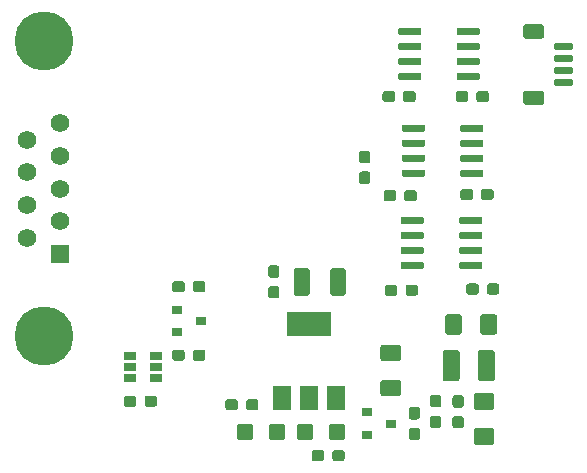
<source format=gtp>
G04 #@! TF.GenerationSoftware,KiCad,Pcbnew,(5.1.5-0)*
G04 #@! TF.CreationDate,2022-06-25T14:07:13-06:00*
G04 #@! TF.ProjectId,DAC_pockel,4441435f-706f-4636-9b65-6c2e6b696361,rev?*
G04 #@! TF.SameCoordinates,Original*
G04 #@! TF.FileFunction,Paste,Top*
G04 #@! TF.FilePolarity,Positive*
%FSLAX46Y46*%
G04 Gerber Fmt 4.6, Leading zero omitted, Abs format (unit mm)*
G04 Created by KiCad (PCBNEW (5.1.5-0)) date 2022-06-25 14:07:13*
%MOMM*%
%LPD*%
G04 APERTURE LIST*
%ADD10C,5.000000*%
%ADD11C,1.575000*%
%ADD12R,1.575000X1.575000*%
%ADD13C,0.100000*%
%ADD14R,0.900000X0.800000*%
%ADD15R,1.060000X0.650000*%
%ADD16R,1.500000X2.000000*%
%ADD17R,3.800000X2.000000*%
G04 APERTURE END LIST*
D10*
X97600000Y-81000000D03*
D11*
X96180000Y-64360000D03*
X96180000Y-67120000D03*
X96180000Y-69880000D03*
X96180000Y-72640000D03*
X99020000Y-62980000D03*
X99020000Y-65740000D03*
X99020000Y-71260000D03*
D12*
X99020000Y-74020000D03*
D10*
X97600000Y-56000000D03*
D11*
X99020000Y-68500000D03*
D13*
G36*
X139774505Y-54601204D02*
G01*
X139798773Y-54604804D01*
X139822572Y-54610765D01*
X139845671Y-54619030D01*
X139867850Y-54629520D01*
X139888893Y-54642132D01*
X139908599Y-54656747D01*
X139926777Y-54673223D01*
X139943253Y-54691401D01*
X139957868Y-54711107D01*
X139970480Y-54732150D01*
X139980970Y-54754329D01*
X139989235Y-54777428D01*
X139995196Y-54801227D01*
X139998796Y-54825495D01*
X140000000Y-54849999D01*
X140000000Y-55550001D01*
X139998796Y-55574505D01*
X139995196Y-55598773D01*
X139989235Y-55622572D01*
X139980970Y-55645671D01*
X139970480Y-55667850D01*
X139957868Y-55688893D01*
X139943253Y-55708599D01*
X139926777Y-55726777D01*
X139908599Y-55743253D01*
X139888893Y-55757868D01*
X139867850Y-55770480D01*
X139845671Y-55780970D01*
X139822572Y-55789235D01*
X139798773Y-55795196D01*
X139774505Y-55798796D01*
X139750001Y-55800000D01*
X138449999Y-55800000D01*
X138425495Y-55798796D01*
X138401227Y-55795196D01*
X138377428Y-55789235D01*
X138354329Y-55780970D01*
X138332150Y-55770480D01*
X138311107Y-55757868D01*
X138291401Y-55743253D01*
X138273223Y-55726777D01*
X138256747Y-55708599D01*
X138242132Y-55688893D01*
X138229520Y-55667850D01*
X138219030Y-55645671D01*
X138210765Y-55622572D01*
X138204804Y-55598773D01*
X138201204Y-55574505D01*
X138200000Y-55550001D01*
X138200000Y-54849999D01*
X138201204Y-54825495D01*
X138204804Y-54801227D01*
X138210765Y-54777428D01*
X138219030Y-54754329D01*
X138229520Y-54732150D01*
X138242132Y-54711107D01*
X138256747Y-54691401D01*
X138273223Y-54673223D01*
X138291401Y-54656747D01*
X138311107Y-54642132D01*
X138332150Y-54629520D01*
X138354329Y-54619030D01*
X138377428Y-54610765D01*
X138401227Y-54604804D01*
X138425495Y-54601204D01*
X138449999Y-54600000D01*
X139750001Y-54600000D01*
X139774505Y-54601204D01*
G37*
G36*
X139774505Y-60201204D02*
G01*
X139798773Y-60204804D01*
X139822572Y-60210765D01*
X139845671Y-60219030D01*
X139867850Y-60229520D01*
X139888893Y-60242132D01*
X139908599Y-60256747D01*
X139926777Y-60273223D01*
X139943253Y-60291401D01*
X139957868Y-60311107D01*
X139970480Y-60332150D01*
X139980970Y-60354329D01*
X139989235Y-60377428D01*
X139995196Y-60401227D01*
X139998796Y-60425495D01*
X140000000Y-60449999D01*
X140000000Y-61150001D01*
X139998796Y-61174505D01*
X139995196Y-61198773D01*
X139989235Y-61222572D01*
X139980970Y-61245671D01*
X139970480Y-61267850D01*
X139957868Y-61288893D01*
X139943253Y-61308599D01*
X139926777Y-61326777D01*
X139908599Y-61343253D01*
X139888893Y-61357868D01*
X139867850Y-61370480D01*
X139845671Y-61380970D01*
X139822572Y-61389235D01*
X139798773Y-61395196D01*
X139774505Y-61398796D01*
X139750001Y-61400000D01*
X138449999Y-61400000D01*
X138425495Y-61398796D01*
X138401227Y-61395196D01*
X138377428Y-61389235D01*
X138354329Y-61380970D01*
X138332150Y-61370480D01*
X138311107Y-61357868D01*
X138291401Y-61343253D01*
X138273223Y-61326777D01*
X138256747Y-61308599D01*
X138242132Y-61288893D01*
X138229520Y-61267850D01*
X138219030Y-61245671D01*
X138210765Y-61222572D01*
X138204804Y-61198773D01*
X138201204Y-61174505D01*
X138200000Y-61150001D01*
X138200000Y-60449999D01*
X138201204Y-60425495D01*
X138204804Y-60401227D01*
X138210765Y-60377428D01*
X138219030Y-60354329D01*
X138229520Y-60332150D01*
X138242132Y-60311107D01*
X138256747Y-60291401D01*
X138273223Y-60273223D01*
X138291401Y-60256747D01*
X138311107Y-60242132D01*
X138332150Y-60229520D01*
X138354329Y-60219030D01*
X138377428Y-60210765D01*
X138401227Y-60204804D01*
X138425495Y-60201204D01*
X138449999Y-60200000D01*
X139750001Y-60200000D01*
X139774505Y-60201204D01*
G37*
G36*
X142264703Y-56200722D02*
G01*
X142279264Y-56202882D01*
X142293543Y-56206459D01*
X142307403Y-56211418D01*
X142320710Y-56217712D01*
X142333336Y-56225280D01*
X142345159Y-56234048D01*
X142356066Y-56243934D01*
X142365952Y-56254841D01*
X142374720Y-56266664D01*
X142382288Y-56279290D01*
X142388582Y-56292597D01*
X142393541Y-56306457D01*
X142397118Y-56320736D01*
X142399278Y-56335297D01*
X142400000Y-56350000D01*
X142400000Y-56650000D01*
X142399278Y-56664703D01*
X142397118Y-56679264D01*
X142393541Y-56693543D01*
X142388582Y-56707403D01*
X142382288Y-56720710D01*
X142374720Y-56733336D01*
X142365952Y-56745159D01*
X142356066Y-56756066D01*
X142345159Y-56765952D01*
X142333336Y-56774720D01*
X142320710Y-56782288D01*
X142307403Y-56788582D01*
X142293543Y-56793541D01*
X142279264Y-56797118D01*
X142264703Y-56799278D01*
X142250000Y-56800000D01*
X141000000Y-56800000D01*
X140985297Y-56799278D01*
X140970736Y-56797118D01*
X140956457Y-56793541D01*
X140942597Y-56788582D01*
X140929290Y-56782288D01*
X140916664Y-56774720D01*
X140904841Y-56765952D01*
X140893934Y-56756066D01*
X140884048Y-56745159D01*
X140875280Y-56733336D01*
X140867712Y-56720710D01*
X140861418Y-56707403D01*
X140856459Y-56693543D01*
X140852882Y-56679264D01*
X140850722Y-56664703D01*
X140850000Y-56650000D01*
X140850000Y-56350000D01*
X140850722Y-56335297D01*
X140852882Y-56320736D01*
X140856459Y-56306457D01*
X140861418Y-56292597D01*
X140867712Y-56279290D01*
X140875280Y-56266664D01*
X140884048Y-56254841D01*
X140893934Y-56243934D01*
X140904841Y-56234048D01*
X140916664Y-56225280D01*
X140929290Y-56217712D01*
X140942597Y-56211418D01*
X140956457Y-56206459D01*
X140970736Y-56202882D01*
X140985297Y-56200722D01*
X141000000Y-56200000D01*
X142250000Y-56200000D01*
X142264703Y-56200722D01*
G37*
G36*
X142264703Y-57200722D02*
G01*
X142279264Y-57202882D01*
X142293543Y-57206459D01*
X142307403Y-57211418D01*
X142320710Y-57217712D01*
X142333336Y-57225280D01*
X142345159Y-57234048D01*
X142356066Y-57243934D01*
X142365952Y-57254841D01*
X142374720Y-57266664D01*
X142382288Y-57279290D01*
X142388582Y-57292597D01*
X142393541Y-57306457D01*
X142397118Y-57320736D01*
X142399278Y-57335297D01*
X142400000Y-57350000D01*
X142400000Y-57650000D01*
X142399278Y-57664703D01*
X142397118Y-57679264D01*
X142393541Y-57693543D01*
X142388582Y-57707403D01*
X142382288Y-57720710D01*
X142374720Y-57733336D01*
X142365952Y-57745159D01*
X142356066Y-57756066D01*
X142345159Y-57765952D01*
X142333336Y-57774720D01*
X142320710Y-57782288D01*
X142307403Y-57788582D01*
X142293543Y-57793541D01*
X142279264Y-57797118D01*
X142264703Y-57799278D01*
X142250000Y-57800000D01*
X141000000Y-57800000D01*
X140985297Y-57799278D01*
X140970736Y-57797118D01*
X140956457Y-57793541D01*
X140942597Y-57788582D01*
X140929290Y-57782288D01*
X140916664Y-57774720D01*
X140904841Y-57765952D01*
X140893934Y-57756066D01*
X140884048Y-57745159D01*
X140875280Y-57733336D01*
X140867712Y-57720710D01*
X140861418Y-57707403D01*
X140856459Y-57693543D01*
X140852882Y-57679264D01*
X140850722Y-57664703D01*
X140850000Y-57650000D01*
X140850000Y-57350000D01*
X140850722Y-57335297D01*
X140852882Y-57320736D01*
X140856459Y-57306457D01*
X140861418Y-57292597D01*
X140867712Y-57279290D01*
X140875280Y-57266664D01*
X140884048Y-57254841D01*
X140893934Y-57243934D01*
X140904841Y-57234048D01*
X140916664Y-57225280D01*
X140929290Y-57217712D01*
X140942597Y-57211418D01*
X140956457Y-57206459D01*
X140970736Y-57202882D01*
X140985297Y-57200722D01*
X141000000Y-57200000D01*
X142250000Y-57200000D01*
X142264703Y-57200722D01*
G37*
G36*
X142264703Y-58200722D02*
G01*
X142279264Y-58202882D01*
X142293543Y-58206459D01*
X142307403Y-58211418D01*
X142320710Y-58217712D01*
X142333336Y-58225280D01*
X142345159Y-58234048D01*
X142356066Y-58243934D01*
X142365952Y-58254841D01*
X142374720Y-58266664D01*
X142382288Y-58279290D01*
X142388582Y-58292597D01*
X142393541Y-58306457D01*
X142397118Y-58320736D01*
X142399278Y-58335297D01*
X142400000Y-58350000D01*
X142400000Y-58650000D01*
X142399278Y-58664703D01*
X142397118Y-58679264D01*
X142393541Y-58693543D01*
X142388582Y-58707403D01*
X142382288Y-58720710D01*
X142374720Y-58733336D01*
X142365952Y-58745159D01*
X142356066Y-58756066D01*
X142345159Y-58765952D01*
X142333336Y-58774720D01*
X142320710Y-58782288D01*
X142307403Y-58788582D01*
X142293543Y-58793541D01*
X142279264Y-58797118D01*
X142264703Y-58799278D01*
X142250000Y-58800000D01*
X141000000Y-58800000D01*
X140985297Y-58799278D01*
X140970736Y-58797118D01*
X140956457Y-58793541D01*
X140942597Y-58788582D01*
X140929290Y-58782288D01*
X140916664Y-58774720D01*
X140904841Y-58765952D01*
X140893934Y-58756066D01*
X140884048Y-58745159D01*
X140875280Y-58733336D01*
X140867712Y-58720710D01*
X140861418Y-58707403D01*
X140856459Y-58693543D01*
X140852882Y-58679264D01*
X140850722Y-58664703D01*
X140850000Y-58650000D01*
X140850000Y-58350000D01*
X140850722Y-58335297D01*
X140852882Y-58320736D01*
X140856459Y-58306457D01*
X140861418Y-58292597D01*
X140867712Y-58279290D01*
X140875280Y-58266664D01*
X140884048Y-58254841D01*
X140893934Y-58243934D01*
X140904841Y-58234048D01*
X140916664Y-58225280D01*
X140929290Y-58217712D01*
X140942597Y-58211418D01*
X140956457Y-58206459D01*
X140970736Y-58202882D01*
X140985297Y-58200722D01*
X141000000Y-58200000D01*
X142250000Y-58200000D01*
X142264703Y-58200722D01*
G37*
G36*
X142264703Y-59200722D02*
G01*
X142279264Y-59202882D01*
X142293543Y-59206459D01*
X142307403Y-59211418D01*
X142320710Y-59217712D01*
X142333336Y-59225280D01*
X142345159Y-59234048D01*
X142356066Y-59243934D01*
X142365952Y-59254841D01*
X142374720Y-59266664D01*
X142382288Y-59279290D01*
X142388582Y-59292597D01*
X142393541Y-59306457D01*
X142397118Y-59320736D01*
X142399278Y-59335297D01*
X142400000Y-59350000D01*
X142400000Y-59650000D01*
X142399278Y-59664703D01*
X142397118Y-59679264D01*
X142393541Y-59693543D01*
X142388582Y-59707403D01*
X142382288Y-59720710D01*
X142374720Y-59733336D01*
X142365952Y-59745159D01*
X142356066Y-59756066D01*
X142345159Y-59765952D01*
X142333336Y-59774720D01*
X142320710Y-59782288D01*
X142307403Y-59788582D01*
X142293543Y-59793541D01*
X142279264Y-59797118D01*
X142264703Y-59799278D01*
X142250000Y-59800000D01*
X141000000Y-59800000D01*
X140985297Y-59799278D01*
X140970736Y-59797118D01*
X140956457Y-59793541D01*
X140942597Y-59788582D01*
X140929290Y-59782288D01*
X140916664Y-59774720D01*
X140904841Y-59765952D01*
X140893934Y-59756066D01*
X140884048Y-59745159D01*
X140875280Y-59733336D01*
X140867712Y-59720710D01*
X140861418Y-59707403D01*
X140856459Y-59693543D01*
X140852882Y-59679264D01*
X140850722Y-59664703D01*
X140850000Y-59650000D01*
X140850000Y-59350000D01*
X140850722Y-59335297D01*
X140852882Y-59320736D01*
X140856459Y-59306457D01*
X140861418Y-59292597D01*
X140867712Y-59279290D01*
X140875280Y-59266664D01*
X140884048Y-59254841D01*
X140893934Y-59243934D01*
X140904841Y-59234048D01*
X140916664Y-59225280D01*
X140929290Y-59217712D01*
X140942597Y-59211418D01*
X140956457Y-59206459D01*
X140970736Y-59202882D01*
X140985297Y-59200722D01*
X141000000Y-59200000D01*
X142250000Y-59200000D01*
X142264703Y-59200722D01*
G37*
G36*
X125060779Y-65301144D02*
G01*
X125083834Y-65304563D01*
X125106443Y-65310227D01*
X125128387Y-65318079D01*
X125149457Y-65328044D01*
X125169448Y-65340026D01*
X125188168Y-65353910D01*
X125205438Y-65369562D01*
X125221090Y-65386832D01*
X125234974Y-65405552D01*
X125246956Y-65425543D01*
X125256921Y-65446613D01*
X125264773Y-65468557D01*
X125270437Y-65491166D01*
X125273856Y-65514221D01*
X125275000Y-65537500D01*
X125275000Y-66112500D01*
X125273856Y-66135779D01*
X125270437Y-66158834D01*
X125264773Y-66181443D01*
X125256921Y-66203387D01*
X125246956Y-66224457D01*
X125234974Y-66244448D01*
X125221090Y-66263168D01*
X125205438Y-66280438D01*
X125188168Y-66296090D01*
X125169448Y-66309974D01*
X125149457Y-66321956D01*
X125128387Y-66331921D01*
X125106443Y-66339773D01*
X125083834Y-66345437D01*
X125060779Y-66348856D01*
X125037500Y-66350000D01*
X124562500Y-66350000D01*
X124539221Y-66348856D01*
X124516166Y-66345437D01*
X124493557Y-66339773D01*
X124471613Y-66331921D01*
X124450543Y-66321956D01*
X124430552Y-66309974D01*
X124411832Y-66296090D01*
X124394562Y-66280438D01*
X124378910Y-66263168D01*
X124365026Y-66244448D01*
X124353044Y-66224457D01*
X124343079Y-66203387D01*
X124335227Y-66181443D01*
X124329563Y-66158834D01*
X124326144Y-66135779D01*
X124325000Y-66112500D01*
X124325000Y-65537500D01*
X124326144Y-65514221D01*
X124329563Y-65491166D01*
X124335227Y-65468557D01*
X124343079Y-65446613D01*
X124353044Y-65425543D01*
X124365026Y-65405552D01*
X124378910Y-65386832D01*
X124394562Y-65369562D01*
X124411832Y-65353910D01*
X124430552Y-65340026D01*
X124450543Y-65328044D01*
X124471613Y-65318079D01*
X124493557Y-65310227D01*
X124516166Y-65304563D01*
X124539221Y-65301144D01*
X124562500Y-65300000D01*
X125037500Y-65300000D01*
X125060779Y-65301144D01*
G37*
G36*
X125060779Y-67051144D02*
G01*
X125083834Y-67054563D01*
X125106443Y-67060227D01*
X125128387Y-67068079D01*
X125149457Y-67078044D01*
X125169448Y-67090026D01*
X125188168Y-67103910D01*
X125205438Y-67119562D01*
X125221090Y-67136832D01*
X125234974Y-67155552D01*
X125246956Y-67175543D01*
X125256921Y-67196613D01*
X125264773Y-67218557D01*
X125270437Y-67241166D01*
X125273856Y-67264221D01*
X125275000Y-67287500D01*
X125275000Y-67862500D01*
X125273856Y-67885779D01*
X125270437Y-67908834D01*
X125264773Y-67931443D01*
X125256921Y-67953387D01*
X125246956Y-67974457D01*
X125234974Y-67994448D01*
X125221090Y-68013168D01*
X125205438Y-68030438D01*
X125188168Y-68046090D01*
X125169448Y-68059974D01*
X125149457Y-68071956D01*
X125128387Y-68081921D01*
X125106443Y-68089773D01*
X125083834Y-68095437D01*
X125060779Y-68098856D01*
X125037500Y-68100000D01*
X124562500Y-68100000D01*
X124539221Y-68098856D01*
X124516166Y-68095437D01*
X124493557Y-68089773D01*
X124471613Y-68081921D01*
X124450543Y-68071956D01*
X124430552Y-68059974D01*
X124411832Y-68046090D01*
X124394562Y-68030438D01*
X124378910Y-68013168D01*
X124365026Y-67994448D01*
X124353044Y-67974457D01*
X124343079Y-67953387D01*
X124335227Y-67931443D01*
X124329563Y-67908834D01*
X124326144Y-67885779D01*
X124325000Y-67862500D01*
X124325000Y-67287500D01*
X124326144Y-67264221D01*
X124329563Y-67241166D01*
X124335227Y-67218557D01*
X124343079Y-67196613D01*
X124353044Y-67175543D01*
X124365026Y-67155552D01*
X124378910Y-67136832D01*
X124394562Y-67119562D01*
X124411832Y-67103910D01*
X124430552Y-67090026D01*
X124450543Y-67078044D01*
X124471613Y-67068079D01*
X124493557Y-67060227D01*
X124516166Y-67054563D01*
X124539221Y-67051144D01*
X124562500Y-67050000D01*
X125037500Y-67050000D01*
X125060779Y-67051144D01*
G37*
G36*
X135485779Y-68526144D02*
G01*
X135508834Y-68529563D01*
X135531443Y-68535227D01*
X135553387Y-68543079D01*
X135574457Y-68553044D01*
X135594448Y-68565026D01*
X135613168Y-68578910D01*
X135630438Y-68594562D01*
X135646090Y-68611832D01*
X135659974Y-68630552D01*
X135671956Y-68650543D01*
X135681921Y-68671613D01*
X135689773Y-68693557D01*
X135695437Y-68716166D01*
X135698856Y-68739221D01*
X135700000Y-68762500D01*
X135700000Y-69237500D01*
X135698856Y-69260779D01*
X135695437Y-69283834D01*
X135689773Y-69306443D01*
X135681921Y-69328387D01*
X135671956Y-69349457D01*
X135659974Y-69369448D01*
X135646090Y-69388168D01*
X135630438Y-69405438D01*
X135613168Y-69421090D01*
X135594448Y-69434974D01*
X135574457Y-69446956D01*
X135553387Y-69456921D01*
X135531443Y-69464773D01*
X135508834Y-69470437D01*
X135485779Y-69473856D01*
X135462500Y-69475000D01*
X134887500Y-69475000D01*
X134864221Y-69473856D01*
X134841166Y-69470437D01*
X134818557Y-69464773D01*
X134796613Y-69456921D01*
X134775543Y-69446956D01*
X134755552Y-69434974D01*
X134736832Y-69421090D01*
X134719562Y-69405438D01*
X134703910Y-69388168D01*
X134690026Y-69369448D01*
X134678044Y-69349457D01*
X134668079Y-69328387D01*
X134660227Y-69306443D01*
X134654563Y-69283834D01*
X134651144Y-69260779D01*
X134650000Y-69237500D01*
X134650000Y-68762500D01*
X134651144Y-68739221D01*
X134654563Y-68716166D01*
X134660227Y-68693557D01*
X134668079Y-68671613D01*
X134678044Y-68650543D01*
X134690026Y-68630552D01*
X134703910Y-68611832D01*
X134719562Y-68594562D01*
X134736832Y-68578910D01*
X134755552Y-68565026D01*
X134775543Y-68553044D01*
X134796613Y-68543079D01*
X134818557Y-68535227D01*
X134841166Y-68529563D01*
X134864221Y-68526144D01*
X134887500Y-68525000D01*
X135462500Y-68525000D01*
X135485779Y-68526144D01*
G37*
G36*
X133735779Y-68526144D02*
G01*
X133758834Y-68529563D01*
X133781443Y-68535227D01*
X133803387Y-68543079D01*
X133824457Y-68553044D01*
X133844448Y-68565026D01*
X133863168Y-68578910D01*
X133880438Y-68594562D01*
X133896090Y-68611832D01*
X133909974Y-68630552D01*
X133921956Y-68650543D01*
X133931921Y-68671613D01*
X133939773Y-68693557D01*
X133945437Y-68716166D01*
X133948856Y-68739221D01*
X133950000Y-68762500D01*
X133950000Y-69237500D01*
X133948856Y-69260779D01*
X133945437Y-69283834D01*
X133939773Y-69306443D01*
X133931921Y-69328387D01*
X133921956Y-69349457D01*
X133909974Y-69369448D01*
X133896090Y-69388168D01*
X133880438Y-69405438D01*
X133863168Y-69421090D01*
X133844448Y-69434974D01*
X133824457Y-69446956D01*
X133803387Y-69456921D01*
X133781443Y-69464773D01*
X133758834Y-69470437D01*
X133735779Y-69473856D01*
X133712500Y-69475000D01*
X133137500Y-69475000D01*
X133114221Y-69473856D01*
X133091166Y-69470437D01*
X133068557Y-69464773D01*
X133046613Y-69456921D01*
X133025543Y-69446956D01*
X133005552Y-69434974D01*
X132986832Y-69421090D01*
X132969562Y-69405438D01*
X132953910Y-69388168D01*
X132940026Y-69369448D01*
X132928044Y-69349457D01*
X132918079Y-69328387D01*
X132910227Y-69306443D01*
X132904563Y-69283834D01*
X132901144Y-69260779D01*
X132900000Y-69237500D01*
X132900000Y-68762500D01*
X132901144Y-68739221D01*
X132904563Y-68716166D01*
X132910227Y-68693557D01*
X132918079Y-68671613D01*
X132928044Y-68650543D01*
X132940026Y-68630552D01*
X132953910Y-68611832D01*
X132969562Y-68594562D01*
X132986832Y-68578910D01*
X133005552Y-68565026D01*
X133025543Y-68553044D01*
X133046613Y-68543079D01*
X133068557Y-68535227D01*
X133091166Y-68529563D01*
X133114221Y-68526144D01*
X133137500Y-68525000D01*
X133712500Y-68525000D01*
X133735779Y-68526144D01*
G37*
G36*
X129764703Y-66905722D02*
G01*
X129779264Y-66907882D01*
X129793543Y-66911459D01*
X129807403Y-66916418D01*
X129820710Y-66922712D01*
X129833336Y-66930280D01*
X129845159Y-66939048D01*
X129856066Y-66948934D01*
X129865952Y-66959841D01*
X129874720Y-66971664D01*
X129882288Y-66984290D01*
X129888582Y-66997597D01*
X129893541Y-67011457D01*
X129897118Y-67025736D01*
X129899278Y-67040297D01*
X129900000Y-67055000D01*
X129900000Y-67355000D01*
X129899278Y-67369703D01*
X129897118Y-67384264D01*
X129893541Y-67398543D01*
X129888582Y-67412403D01*
X129882288Y-67425710D01*
X129874720Y-67438336D01*
X129865952Y-67450159D01*
X129856066Y-67461066D01*
X129845159Y-67470952D01*
X129833336Y-67479720D01*
X129820710Y-67487288D01*
X129807403Y-67493582D01*
X129793543Y-67498541D01*
X129779264Y-67502118D01*
X129764703Y-67504278D01*
X129750000Y-67505000D01*
X128100000Y-67505000D01*
X128085297Y-67504278D01*
X128070736Y-67502118D01*
X128056457Y-67498541D01*
X128042597Y-67493582D01*
X128029290Y-67487288D01*
X128016664Y-67479720D01*
X128004841Y-67470952D01*
X127993934Y-67461066D01*
X127984048Y-67450159D01*
X127975280Y-67438336D01*
X127967712Y-67425710D01*
X127961418Y-67412403D01*
X127956459Y-67398543D01*
X127952882Y-67384264D01*
X127950722Y-67369703D01*
X127950000Y-67355000D01*
X127950000Y-67055000D01*
X127950722Y-67040297D01*
X127952882Y-67025736D01*
X127956459Y-67011457D01*
X127961418Y-66997597D01*
X127967712Y-66984290D01*
X127975280Y-66971664D01*
X127984048Y-66959841D01*
X127993934Y-66948934D01*
X128004841Y-66939048D01*
X128016664Y-66930280D01*
X128029290Y-66922712D01*
X128042597Y-66916418D01*
X128056457Y-66911459D01*
X128070736Y-66907882D01*
X128085297Y-66905722D01*
X128100000Y-66905000D01*
X129750000Y-66905000D01*
X129764703Y-66905722D01*
G37*
G36*
X129764703Y-65635722D02*
G01*
X129779264Y-65637882D01*
X129793543Y-65641459D01*
X129807403Y-65646418D01*
X129820710Y-65652712D01*
X129833336Y-65660280D01*
X129845159Y-65669048D01*
X129856066Y-65678934D01*
X129865952Y-65689841D01*
X129874720Y-65701664D01*
X129882288Y-65714290D01*
X129888582Y-65727597D01*
X129893541Y-65741457D01*
X129897118Y-65755736D01*
X129899278Y-65770297D01*
X129900000Y-65785000D01*
X129900000Y-66085000D01*
X129899278Y-66099703D01*
X129897118Y-66114264D01*
X129893541Y-66128543D01*
X129888582Y-66142403D01*
X129882288Y-66155710D01*
X129874720Y-66168336D01*
X129865952Y-66180159D01*
X129856066Y-66191066D01*
X129845159Y-66200952D01*
X129833336Y-66209720D01*
X129820710Y-66217288D01*
X129807403Y-66223582D01*
X129793543Y-66228541D01*
X129779264Y-66232118D01*
X129764703Y-66234278D01*
X129750000Y-66235000D01*
X128100000Y-66235000D01*
X128085297Y-66234278D01*
X128070736Y-66232118D01*
X128056457Y-66228541D01*
X128042597Y-66223582D01*
X128029290Y-66217288D01*
X128016664Y-66209720D01*
X128004841Y-66200952D01*
X127993934Y-66191066D01*
X127984048Y-66180159D01*
X127975280Y-66168336D01*
X127967712Y-66155710D01*
X127961418Y-66142403D01*
X127956459Y-66128543D01*
X127952882Y-66114264D01*
X127950722Y-66099703D01*
X127950000Y-66085000D01*
X127950000Y-65785000D01*
X127950722Y-65770297D01*
X127952882Y-65755736D01*
X127956459Y-65741457D01*
X127961418Y-65727597D01*
X127967712Y-65714290D01*
X127975280Y-65701664D01*
X127984048Y-65689841D01*
X127993934Y-65678934D01*
X128004841Y-65669048D01*
X128016664Y-65660280D01*
X128029290Y-65652712D01*
X128042597Y-65646418D01*
X128056457Y-65641459D01*
X128070736Y-65637882D01*
X128085297Y-65635722D01*
X128100000Y-65635000D01*
X129750000Y-65635000D01*
X129764703Y-65635722D01*
G37*
G36*
X129764703Y-64365722D02*
G01*
X129779264Y-64367882D01*
X129793543Y-64371459D01*
X129807403Y-64376418D01*
X129820710Y-64382712D01*
X129833336Y-64390280D01*
X129845159Y-64399048D01*
X129856066Y-64408934D01*
X129865952Y-64419841D01*
X129874720Y-64431664D01*
X129882288Y-64444290D01*
X129888582Y-64457597D01*
X129893541Y-64471457D01*
X129897118Y-64485736D01*
X129899278Y-64500297D01*
X129900000Y-64515000D01*
X129900000Y-64815000D01*
X129899278Y-64829703D01*
X129897118Y-64844264D01*
X129893541Y-64858543D01*
X129888582Y-64872403D01*
X129882288Y-64885710D01*
X129874720Y-64898336D01*
X129865952Y-64910159D01*
X129856066Y-64921066D01*
X129845159Y-64930952D01*
X129833336Y-64939720D01*
X129820710Y-64947288D01*
X129807403Y-64953582D01*
X129793543Y-64958541D01*
X129779264Y-64962118D01*
X129764703Y-64964278D01*
X129750000Y-64965000D01*
X128100000Y-64965000D01*
X128085297Y-64964278D01*
X128070736Y-64962118D01*
X128056457Y-64958541D01*
X128042597Y-64953582D01*
X128029290Y-64947288D01*
X128016664Y-64939720D01*
X128004841Y-64930952D01*
X127993934Y-64921066D01*
X127984048Y-64910159D01*
X127975280Y-64898336D01*
X127967712Y-64885710D01*
X127961418Y-64872403D01*
X127956459Y-64858543D01*
X127952882Y-64844264D01*
X127950722Y-64829703D01*
X127950000Y-64815000D01*
X127950000Y-64515000D01*
X127950722Y-64500297D01*
X127952882Y-64485736D01*
X127956459Y-64471457D01*
X127961418Y-64457597D01*
X127967712Y-64444290D01*
X127975280Y-64431664D01*
X127984048Y-64419841D01*
X127993934Y-64408934D01*
X128004841Y-64399048D01*
X128016664Y-64390280D01*
X128029290Y-64382712D01*
X128042597Y-64376418D01*
X128056457Y-64371459D01*
X128070736Y-64367882D01*
X128085297Y-64365722D01*
X128100000Y-64365000D01*
X129750000Y-64365000D01*
X129764703Y-64365722D01*
G37*
G36*
X129764703Y-63095722D02*
G01*
X129779264Y-63097882D01*
X129793543Y-63101459D01*
X129807403Y-63106418D01*
X129820710Y-63112712D01*
X129833336Y-63120280D01*
X129845159Y-63129048D01*
X129856066Y-63138934D01*
X129865952Y-63149841D01*
X129874720Y-63161664D01*
X129882288Y-63174290D01*
X129888582Y-63187597D01*
X129893541Y-63201457D01*
X129897118Y-63215736D01*
X129899278Y-63230297D01*
X129900000Y-63245000D01*
X129900000Y-63545000D01*
X129899278Y-63559703D01*
X129897118Y-63574264D01*
X129893541Y-63588543D01*
X129888582Y-63602403D01*
X129882288Y-63615710D01*
X129874720Y-63628336D01*
X129865952Y-63640159D01*
X129856066Y-63651066D01*
X129845159Y-63660952D01*
X129833336Y-63669720D01*
X129820710Y-63677288D01*
X129807403Y-63683582D01*
X129793543Y-63688541D01*
X129779264Y-63692118D01*
X129764703Y-63694278D01*
X129750000Y-63695000D01*
X128100000Y-63695000D01*
X128085297Y-63694278D01*
X128070736Y-63692118D01*
X128056457Y-63688541D01*
X128042597Y-63683582D01*
X128029290Y-63677288D01*
X128016664Y-63669720D01*
X128004841Y-63660952D01*
X127993934Y-63651066D01*
X127984048Y-63640159D01*
X127975280Y-63628336D01*
X127967712Y-63615710D01*
X127961418Y-63602403D01*
X127956459Y-63588543D01*
X127952882Y-63574264D01*
X127950722Y-63559703D01*
X127950000Y-63545000D01*
X127950000Y-63245000D01*
X127950722Y-63230297D01*
X127952882Y-63215736D01*
X127956459Y-63201457D01*
X127961418Y-63187597D01*
X127967712Y-63174290D01*
X127975280Y-63161664D01*
X127984048Y-63149841D01*
X127993934Y-63138934D01*
X128004841Y-63129048D01*
X128016664Y-63120280D01*
X128029290Y-63112712D01*
X128042597Y-63106418D01*
X128056457Y-63101459D01*
X128070736Y-63097882D01*
X128085297Y-63095722D01*
X128100000Y-63095000D01*
X129750000Y-63095000D01*
X129764703Y-63095722D01*
G37*
G36*
X134714703Y-63095722D02*
G01*
X134729264Y-63097882D01*
X134743543Y-63101459D01*
X134757403Y-63106418D01*
X134770710Y-63112712D01*
X134783336Y-63120280D01*
X134795159Y-63129048D01*
X134806066Y-63138934D01*
X134815952Y-63149841D01*
X134824720Y-63161664D01*
X134832288Y-63174290D01*
X134838582Y-63187597D01*
X134843541Y-63201457D01*
X134847118Y-63215736D01*
X134849278Y-63230297D01*
X134850000Y-63245000D01*
X134850000Y-63545000D01*
X134849278Y-63559703D01*
X134847118Y-63574264D01*
X134843541Y-63588543D01*
X134838582Y-63602403D01*
X134832288Y-63615710D01*
X134824720Y-63628336D01*
X134815952Y-63640159D01*
X134806066Y-63651066D01*
X134795159Y-63660952D01*
X134783336Y-63669720D01*
X134770710Y-63677288D01*
X134757403Y-63683582D01*
X134743543Y-63688541D01*
X134729264Y-63692118D01*
X134714703Y-63694278D01*
X134700000Y-63695000D01*
X133050000Y-63695000D01*
X133035297Y-63694278D01*
X133020736Y-63692118D01*
X133006457Y-63688541D01*
X132992597Y-63683582D01*
X132979290Y-63677288D01*
X132966664Y-63669720D01*
X132954841Y-63660952D01*
X132943934Y-63651066D01*
X132934048Y-63640159D01*
X132925280Y-63628336D01*
X132917712Y-63615710D01*
X132911418Y-63602403D01*
X132906459Y-63588543D01*
X132902882Y-63574264D01*
X132900722Y-63559703D01*
X132900000Y-63545000D01*
X132900000Y-63245000D01*
X132900722Y-63230297D01*
X132902882Y-63215736D01*
X132906459Y-63201457D01*
X132911418Y-63187597D01*
X132917712Y-63174290D01*
X132925280Y-63161664D01*
X132934048Y-63149841D01*
X132943934Y-63138934D01*
X132954841Y-63129048D01*
X132966664Y-63120280D01*
X132979290Y-63112712D01*
X132992597Y-63106418D01*
X133006457Y-63101459D01*
X133020736Y-63097882D01*
X133035297Y-63095722D01*
X133050000Y-63095000D01*
X134700000Y-63095000D01*
X134714703Y-63095722D01*
G37*
G36*
X134714703Y-64365722D02*
G01*
X134729264Y-64367882D01*
X134743543Y-64371459D01*
X134757403Y-64376418D01*
X134770710Y-64382712D01*
X134783336Y-64390280D01*
X134795159Y-64399048D01*
X134806066Y-64408934D01*
X134815952Y-64419841D01*
X134824720Y-64431664D01*
X134832288Y-64444290D01*
X134838582Y-64457597D01*
X134843541Y-64471457D01*
X134847118Y-64485736D01*
X134849278Y-64500297D01*
X134850000Y-64515000D01*
X134850000Y-64815000D01*
X134849278Y-64829703D01*
X134847118Y-64844264D01*
X134843541Y-64858543D01*
X134838582Y-64872403D01*
X134832288Y-64885710D01*
X134824720Y-64898336D01*
X134815952Y-64910159D01*
X134806066Y-64921066D01*
X134795159Y-64930952D01*
X134783336Y-64939720D01*
X134770710Y-64947288D01*
X134757403Y-64953582D01*
X134743543Y-64958541D01*
X134729264Y-64962118D01*
X134714703Y-64964278D01*
X134700000Y-64965000D01*
X133050000Y-64965000D01*
X133035297Y-64964278D01*
X133020736Y-64962118D01*
X133006457Y-64958541D01*
X132992597Y-64953582D01*
X132979290Y-64947288D01*
X132966664Y-64939720D01*
X132954841Y-64930952D01*
X132943934Y-64921066D01*
X132934048Y-64910159D01*
X132925280Y-64898336D01*
X132917712Y-64885710D01*
X132911418Y-64872403D01*
X132906459Y-64858543D01*
X132902882Y-64844264D01*
X132900722Y-64829703D01*
X132900000Y-64815000D01*
X132900000Y-64515000D01*
X132900722Y-64500297D01*
X132902882Y-64485736D01*
X132906459Y-64471457D01*
X132911418Y-64457597D01*
X132917712Y-64444290D01*
X132925280Y-64431664D01*
X132934048Y-64419841D01*
X132943934Y-64408934D01*
X132954841Y-64399048D01*
X132966664Y-64390280D01*
X132979290Y-64382712D01*
X132992597Y-64376418D01*
X133006457Y-64371459D01*
X133020736Y-64367882D01*
X133035297Y-64365722D01*
X133050000Y-64365000D01*
X134700000Y-64365000D01*
X134714703Y-64365722D01*
G37*
G36*
X134714703Y-65635722D02*
G01*
X134729264Y-65637882D01*
X134743543Y-65641459D01*
X134757403Y-65646418D01*
X134770710Y-65652712D01*
X134783336Y-65660280D01*
X134795159Y-65669048D01*
X134806066Y-65678934D01*
X134815952Y-65689841D01*
X134824720Y-65701664D01*
X134832288Y-65714290D01*
X134838582Y-65727597D01*
X134843541Y-65741457D01*
X134847118Y-65755736D01*
X134849278Y-65770297D01*
X134850000Y-65785000D01*
X134850000Y-66085000D01*
X134849278Y-66099703D01*
X134847118Y-66114264D01*
X134843541Y-66128543D01*
X134838582Y-66142403D01*
X134832288Y-66155710D01*
X134824720Y-66168336D01*
X134815952Y-66180159D01*
X134806066Y-66191066D01*
X134795159Y-66200952D01*
X134783336Y-66209720D01*
X134770710Y-66217288D01*
X134757403Y-66223582D01*
X134743543Y-66228541D01*
X134729264Y-66232118D01*
X134714703Y-66234278D01*
X134700000Y-66235000D01*
X133050000Y-66235000D01*
X133035297Y-66234278D01*
X133020736Y-66232118D01*
X133006457Y-66228541D01*
X132992597Y-66223582D01*
X132979290Y-66217288D01*
X132966664Y-66209720D01*
X132954841Y-66200952D01*
X132943934Y-66191066D01*
X132934048Y-66180159D01*
X132925280Y-66168336D01*
X132917712Y-66155710D01*
X132911418Y-66142403D01*
X132906459Y-66128543D01*
X132902882Y-66114264D01*
X132900722Y-66099703D01*
X132900000Y-66085000D01*
X132900000Y-65785000D01*
X132900722Y-65770297D01*
X132902882Y-65755736D01*
X132906459Y-65741457D01*
X132911418Y-65727597D01*
X132917712Y-65714290D01*
X132925280Y-65701664D01*
X132934048Y-65689841D01*
X132943934Y-65678934D01*
X132954841Y-65669048D01*
X132966664Y-65660280D01*
X132979290Y-65652712D01*
X132992597Y-65646418D01*
X133006457Y-65641459D01*
X133020736Y-65637882D01*
X133035297Y-65635722D01*
X133050000Y-65635000D01*
X134700000Y-65635000D01*
X134714703Y-65635722D01*
G37*
G36*
X134714703Y-66905722D02*
G01*
X134729264Y-66907882D01*
X134743543Y-66911459D01*
X134757403Y-66916418D01*
X134770710Y-66922712D01*
X134783336Y-66930280D01*
X134795159Y-66939048D01*
X134806066Y-66948934D01*
X134815952Y-66959841D01*
X134824720Y-66971664D01*
X134832288Y-66984290D01*
X134838582Y-66997597D01*
X134843541Y-67011457D01*
X134847118Y-67025736D01*
X134849278Y-67040297D01*
X134850000Y-67055000D01*
X134850000Y-67355000D01*
X134849278Y-67369703D01*
X134847118Y-67384264D01*
X134843541Y-67398543D01*
X134838582Y-67412403D01*
X134832288Y-67425710D01*
X134824720Y-67438336D01*
X134815952Y-67450159D01*
X134806066Y-67461066D01*
X134795159Y-67470952D01*
X134783336Y-67479720D01*
X134770710Y-67487288D01*
X134757403Y-67493582D01*
X134743543Y-67498541D01*
X134729264Y-67502118D01*
X134714703Y-67504278D01*
X134700000Y-67505000D01*
X133050000Y-67505000D01*
X133035297Y-67504278D01*
X133020736Y-67502118D01*
X133006457Y-67498541D01*
X132992597Y-67493582D01*
X132979290Y-67487288D01*
X132966664Y-67479720D01*
X132954841Y-67470952D01*
X132943934Y-67461066D01*
X132934048Y-67450159D01*
X132925280Y-67438336D01*
X132917712Y-67425710D01*
X132911418Y-67412403D01*
X132906459Y-67398543D01*
X132902882Y-67384264D01*
X132900722Y-67369703D01*
X132900000Y-67355000D01*
X132900000Y-67055000D01*
X132900722Y-67040297D01*
X132902882Y-67025736D01*
X132906459Y-67011457D01*
X132911418Y-66997597D01*
X132917712Y-66984290D01*
X132925280Y-66971664D01*
X132934048Y-66959841D01*
X132943934Y-66948934D01*
X132954841Y-66939048D01*
X132966664Y-66930280D01*
X132979290Y-66922712D01*
X132992597Y-66916418D01*
X133006457Y-66911459D01*
X133020736Y-66907882D01*
X133035297Y-66905722D01*
X133050000Y-66905000D01*
X134700000Y-66905000D01*
X134714703Y-66905722D01*
G37*
G36*
X129464703Y-58705722D02*
G01*
X129479264Y-58707882D01*
X129493543Y-58711459D01*
X129507403Y-58716418D01*
X129520710Y-58722712D01*
X129533336Y-58730280D01*
X129545159Y-58739048D01*
X129556066Y-58748934D01*
X129565952Y-58759841D01*
X129574720Y-58771664D01*
X129582288Y-58784290D01*
X129588582Y-58797597D01*
X129593541Y-58811457D01*
X129597118Y-58825736D01*
X129599278Y-58840297D01*
X129600000Y-58855000D01*
X129600000Y-59155000D01*
X129599278Y-59169703D01*
X129597118Y-59184264D01*
X129593541Y-59198543D01*
X129588582Y-59212403D01*
X129582288Y-59225710D01*
X129574720Y-59238336D01*
X129565952Y-59250159D01*
X129556066Y-59261066D01*
X129545159Y-59270952D01*
X129533336Y-59279720D01*
X129520710Y-59287288D01*
X129507403Y-59293582D01*
X129493543Y-59298541D01*
X129479264Y-59302118D01*
X129464703Y-59304278D01*
X129450000Y-59305000D01*
X127800000Y-59305000D01*
X127785297Y-59304278D01*
X127770736Y-59302118D01*
X127756457Y-59298541D01*
X127742597Y-59293582D01*
X127729290Y-59287288D01*
X127716664Y-59279720D01*
X127704841Y-59270952D01*
X127693934Y-59261066D01*
X127684048Y-59250159D01*
X127675280Y-59238336D01*
X127667712Y-59225710D01*
X127661418Y-59212403D01*
X127656459Y-59198543D01*
X127652882Y-59184264D01*
X127650722Y-59169703D01*
X127650000Y-59155000D01*
X127650000Y-58855000D01*
X127650722Y-58840297D01*
X127652882Y-58825736D01*
X127656459Y-58811457D01*
X127661418Y-58797597D01*
X127667712Y-58784290D01*
X127675280Y-58771664D01*
X127684048Y-58759841D01*
X127693934Y-58748934D01*
X127704841Y-58739048D01*
X127716664Y-58730280D01*
X127729290Y-58722712D01*
X127742597Y-58716418D01*
X127756457Y-58711459D01*
X127770736Y-58707882D01*
X127785297Y-58705722D01*
X127800000Y-58705000D01*
X129450000Y-58705000D01*
X129464703Y-58705722D01*
G37*
G36*
X129464703Y-57435722D02*
G01*
X129479264Y-57437882D01*
X129493543Y-57441459D01*
X129507403Y-57446418D01*
X129520710Y-57452712D01*
X129533336Y-57460280D01*
X129545159Y-57469048D01*
X129556066Y-57478934D01*
X129565952Y-57489841D01*
X129574720Y-57501664D01*
X129582288Y-57514290D01*
X129588582Y-57527597D01*
X129593541Y-57541457D01*
X129597118Y-57555736D01*
X129599278Y-57570297D01*
X129600000Y-57585000D01*
X129600000Y-57885000D01*
X129599278Y-57899703D01*
X129597118Y-57914264D01*
X129593541Y-57928543D01*
X129588582Y-57942403D01*
X129582288Y-57955710D01*
X129574720Y-57968336D01*
X129565952Y-57980159D01*
X129556066Y-57991066D01*
X129545159Y-58000952D01*
X129533336Y-58009720D01*
X129520710Y-58017288D01*
X129507403Y-58023582D01*
X129493543Y-58028541D01*
X129479264Y-58032118D01*
X129464703Y-58034278D01*
X129450000Y-58035000D01*
X127800000Y-58035000D01*
X127785297Y-58034278D01*
X127770736Y-58032118D01*
X127756457Y-58028541D01*
X127742597Y-58023582D01*
X127729290Y-58017288D01*
X127716664Y-58009720D01*
X127704841Y-58000952D01*
X127693934Y-57991066D01*
X127684048Y-57980159D01*
X127675280Y-57968336D01*
X127667712Y-57955710D01*
X127661418Y-57942403D01*
X127656459Y-57928543D01*
X127652882Y-57914264D01*
X127650722Y-57899703D01*
X127650000Y-57885000D01*
X127650000Y-57585000D01*
X127650722Y-57570297D01*
X127652882Y-57555736D01*
X127656459Y-57541457D01*
X127661418Y-57527597D01*
X127667712Y-57514290D01*
X127675280Y-57501664D01*
X127684048Y-57489841D01*
X127693934Y-57478934D01*
X127704841Y-57469048D01*
X127716664Y-57460280D01*
X127729290Y-57452712D01*
X127742597Y-57446418D01*
X127756457Y-57441459D01*
X127770736Y-57437882D01*
X127785297Y-57435722D01*
X127800000Y-57435000D01*
X129450000Y-57435000D01*
X129464703Y-57435722D01*
G37*
G36*
X129464703Y-56165722D02*
G01*
X129479264Y-56167882D01*
X129493543Y-56171459D01*
X129507403Y-56176418D01*
X129520710Y-56182712D01*
X129533336Y-56190280D01*
X129545159Y-56199048D01*
X129556066Y-56208934D01*
X129565952Y-56219841D01*
X129574720Y-56231664D01*
X129582288Y-56244290D01*
X129588582Y-56257597D01*
X129593541Y-56271457D01*
X129597118Y-56285736D01*
X129599278Y-56300297D01*
X129600000Y-56315000D01*
X129600000Y-56615000D01*
X129599278Y-56629703D01*
X129597118Y-56644264D01*
X129593541Y-56658543D01*
X129588582Y-56672403D01*
X129582288Y-56685710D01*
X129574720Y-56698336D01*
X129565952Y-56710159D01*
X129556066Y-56721066D01*
X129545159Y-56730952D01*
X129533336Y-56739720D01*
X129520710Y-56747288D01*
X129507403Y-56753582D01*
X129493543Y-56758541D01*
X129479264Y-56762118D01*
X129464703Y-56764278D01*
X129450000Y-56765000D01*
X127800000Y-56765000D01*
X127785297Y-56764278D01*
X127770736Y-56762118D01*
X127756457Y-56758541D01*
X127742597Y-56753582D01*
X127729290Y-56747288D01*
X127716664Y-56739720D01*
X127704841Y-56730952D01*
X127693934Y-56721066D01*
X127684048Y-56710159D01*
X127675280Y-56698336D01*
X127667712Y-56685710D01*
X127661418Y-56672403D01*
X127656459Y-56658543D01*
X127652882Y-56644264D01*
X127650722Y-56629703D01*
X127650000Y-56615000D01*
X127650000Y-56315000D01*
X127650722Y-56300297D01*
X127652882Y-56285736D01*
X127656459Y-56271457D01*
X127661418Y-56257597D01*
X127667712Y-56244290D01*
X127675280Y-56231664D01*
X127684048Y-56219841D01*
X127693934Y-56208934D01*
X127704841Y-56199048D01*
X127716664Y-56190280D01*
X127729290Y-56182712D01*
X127742597Y-56176418D01*
X127756457Y-56171459D01*
X127770736Y-56167882D01*
X127785297Y-56165722D01*
X127800000Y-56165000D01*
X129450000Y-56165000D01*
X129464703Y-56165722D01*
G37*
G36*
X129464703Y-54895722D02*
G01*
X129479264Y-54897882D01*
X129493543Y-54901459D01*
X129507403Y-54906418D01*
X129520710Y-54912712D01*
X129533336Y-54920280D01*
X129545159Y-54929048D01*
X129556066Y-54938934D01*
X129565952Y-54949841D01*
X129574720Y-54961664D01*
X129582288Y-54974290D01*
X129588582Y-54987597D01*
X129593541Y-55001457D01*
X129597118Y-55015736D01*
X129599278Y-55030297D01*
X129600000Y-55045000D01*
X129600000Y-55345000D01*
X129599278Y-55359703D01*
X129597118Y-55374264D01*
X129593541Y-55388543D01*
X129588582Y-55402403D01*
X129582288Y-55415710D01*
X129574720Y-55428336D01*
X129565952Y-55440159D01*
X129556066Y-55451066D01*
X129545159Y-55460952D01*
X129533336Y-55469720D01*
X129520710Y-55477288D01*
X129507403Y-55483582D01*
X129493543Y-55488541D01*
X129479264Y-55492118D01*
X129464703Y-55494278D01*
X129450000Y-55495000D01*
X127800000Y-55495000D01*
X127785297Y-55494278D01*
X127770736Y-55492118D01*
X127756457Y-55488541D01*
X127742597Y-55483582D01*
X127729290Y-55477288D01*
X127716664Y-55469720D01*
X127704841Y-55460952D01*
X127693934Y-55451066D01*
X127684048Y-55440159D01*
X127675280Y-55428336D01*
X127667712Y-55415710D01*
X127661418Y-55402403D01*
X127656459Y-55388543D01*
X127652882Y-55374264D01*
X127650722Y-55359703D01*
X127650000Y-55345000D01*
X127650000Y-55045000D01*
X127650722Y-55030297D01*
X127652882Y-55015736D01*
X127656459Y-55001457D01*
X127661418Y-54987597D01*
X127667712Y-54974290D01*
X127675280Y-54961664D01*
X127684048Y-54949841D01*
X127693934Y-54938934D01*
X127704841Y-54929048D01*
X127716664Y-54920280D01*
X127729290Y-54912712D01*
X127742597Y-54906418D01*
X127756457Y-54901459D01*
X127770736Y-54897882D01*
X127785297Y-54895722D01*
X127800000Y-54895000D01*
X129450000Y-54895000D01*
X129464703Y-54895722D01*
G37*
G36*
X134414703Y-54895722D02*
G01*
X134429264Y-54897882D01*
X134443543Y-54901459D01*
X134457403Y-54906418D01*
X134470710Y-54912712D01*
X134483336Y-54920280D01*
X134495159Y-54929048D01*
X134506066Y-54938934D01*
X134515952Y-54949841D01*
X134524720Y-54961664D01*
X134532288Y-54974290D01*
X134538582Y-54987597D01*
X134543541Y-55001457D01*
X134547118Y-55015736D01*
X134549278Y-55030297D01*
X134550000Y-55045000D01*
X134550000Y-55345000D01*
X134549278Y-55359703D01*
X134547118Y-55374264D01*
X134543541Y-55388543D01*
X134538582Y-55402403D01*
X134532288Y-55415710D01*
X134524720Y-55428336D01*
X134515952Y-55440159D01*
X134506066Y-55451066D01*
X134495159Y-55460952D01*
X134483336Y-55469720D01*
X134470710Y-55477288D01*
X134457403Y-55483582D01*
X134443543Y-55488541D01*
X134429264Y-55492118D01*
X134414703Y-55494278D01*
X134400000Y-55495000D01*
X132750000Y-55495000D01*
X132735297Y-55494278D01*
X132720736Y-55492118D01*
X132706457Y-55488541D01*
X132692597Y-55483582D01*
X132679290Y-55477288D01*
X132666664Y-55469720D01*
X132654841Y-55460952D01*
X132643934Y-55451066D01*
X132634048Y-55440159D01*
X132625280Y-55428336D01*
X132617712Y-55415710D01*
X132611418Y-55402403D01*
X132606459Y-55388543D01*
X132602882Y-55374264D01*
X132600722Y-55359703D01*
X132600000Y-55345000D01*
X132600000Y-55045000D01*
X132600722Y-55030297D01*
X132602882Y-55015736D01*
X132606459Y-55001457D01*
X132611418Y-54987597D01*
X132617712Y-54974290D01*
X132625280Y-54961664D01*
X132634048Y-54949841D01*
X132643934Y-54938934D01*
X132654841Y-54929048D01*
X132666664Y-54920280D01*
X132679290Y-54912712D01*
X132692597Y-54906418D01*
X132706457Y-54901459D01*
X132720736Y-54897882D01*
X132735297Y-54895722D01*
X132750000Y-54895000D01*
X134400000Y-54895000D01*
X134414703Y-54895722D01*
G37*
G36*
X134414703Y-56165722D02*
G01*
X134429264Y-56167882D01*
X134443543Y-56171459D01*
X134457403Y-56176418D01*
X134470710Y-56182712D01*
X134483336Y-56190280D01*
X134495159Y-56199048D01*
X134506066Y-56208934D01*
X134515952Y-56219841D01*
X134524720Y-56231664D01*
X134532288Y-56244290D01*
X134538582Y-56257597D01*
X134543541Y-56271457D01*
X134547118Y-56285736D01*
X134549278Y-56300297D01*
X134550000Y-56315000D01*
X134550000Y-56615000D01*
X134549278Y-56629703D01*
X134547118Y-56644264D01*
X134543541Y-56658543D01*
X134538582Y-56672403D01*
X134532288Y-56685710D01*
X134524720Y-56698336D01*
X134515952Y-56710159D01*
X134506066Y-56721066D01*
X134495159Y-56730952D01*
X134483336Y-56739720D01*
X134470710Y-56747288D01*
X134457403Y-56753582D01*
X134443543Y-56758541D01*
X134429264Y-56762118D01*
X134414703Y-56764278D01*
X134400000Y-56765000D01*
X132750000Y-56765000D01*
X132735297Y-56764278D01*
X132720736Y-56762118D01*
X132706457Y-56758541D01*
X132692597Y-56753582D01*
X132679290Y-56747288D01*
X132666664Y-56739720D01*
X132654841Y-56730952D01*
X132643934Y-56721066D01*
X132634048Y-56710159D01*
X132625280Y-56698336D01*
X132617712Y-56685710D01*
X132611418Y-56672403D01*
X132606459Y-56658543D01*
X132602882Y-56644264D01*
X132600722Y-56629703D01*
X132600000Y-56615000D01*
X132600000Y-56315000D01*
X132600722Y-56300297D01*
X132602882Y-56285736D01*
X132606459Y-56271457D01*
X132611418Y-56257597D01*
X132617712Y-56244290D01*
X132625280Y-56231664D01*
X132634048Y-56219841D01*
X132643934Y-56208934D01*
X132654841Y-56199048D01*
X132666664Y-56190280D01*
X132679290Y-56182712D01*
X132692597Y-56176418D01*
X132706457Y-56171459D01*
X132720736Y-56167882D01*
X132735297Y-56165722D01*
X132750000Y-56165000D01*
X134400000Y-56165000D01*
X134414703Y-56165722D01*
G37*
G36*
X134414703Y-57435722D02*
G01*
X134429264Y-57437882D01*
X134443543Y-57441459D01*
X134457403Y-57446418D01*
X134470710Y-57452712D01*
X134483336Y-57460280D01*
X134495159Y-57469048D01*
X134506066Y-57478934D01*
X134515952Y-57489841D01*
X134524720Y-57501664D01*
X134532288Y-57514290D01*
X134538582Y-57527597D01*
X134543541Y-57541457D01*
X134547118Y-57555736D01*
X134549278Y-57570297D01*
X134550000Y-57585000D01*
X134550000Y-57885000D01*
X134549278Y-57899703D01*
X134547118Y-57914264D01*
X134543541Y-57928543D01*
X134538582Y-57942403D01*
X134532288Y-57955710D01*
X134524720Y-57968336D01*
X134515952Y-57980159D01*
X134506066Y-57991066D01*
X134495159Y-58000952D01*
X134483336Y-58009720D01*
X134470710Y-58017288D01*
X134457403Y-58023582D01*
X134443543Y-58028541D01*
X134429264Y-58032118D01*
X134414703Y-58034278D01*
X134400000Y-58035000D01*
X132750000Y-58035000D01*
X132735297Y-58034278D01*
X132720736Y-58032118D01*
X132706457Y-58028541D01*
X132692597Y-58023582D01*
X132679290Y-58017288D01*
X132666664Y-58009720D01*
X132654841Y-58000952D01*
X132643934Y-57991066D01*
X132634048Y-57980159D01*
X132625280Y-57968336D01*
X132617712Y-57955710D01*
X132611418Y-57942403D01*
X132606459Y-57928543D01*
X132602882Y-57914264D01*
X132600722Y-57899703D01*
X132600000Y-57885000D01*
X132600000Y-57585000D01*
X132600722Y-57570297D01*
X132602882Y-57555736D01*
X132606459Y-57541457D01*
X132611418Y-57527597D01*
X132617712Y-57514290D01*
X132625280Y-57501664D01*
X132634048Y-57489841D01*
X132643934Y-57478934D01*
X132654841Y-57469048D01*
X132666664Y-57460280D01*
X132679290Y-57452712D01*
X132692597Y-57446418D01*
X132706457Y-57441459D01*
X132720736Y-57437882D01*
X132735297Y-57435722D01*
X132750000Y-57435000D01*
X134400000Y-57435000D01*
X134414703Y-57435722D01*
G37*
G36*
X134414703Y-58705722D02*
G01*
X134429264Y-58707882D01*
X134443543Y-58711459D01*
X134457403Y-58716418D01*
X134470710Y-58722712D01*
X134483336Y-58730280D01*
X134495159Y-58739048D01*
X134506066Y-58748934D01*
X134515952Y-58759841D01*
X134524720Y-58771664D01*
X134532288Y-58784290D01*
X134538582Y-58797597D01*
X134543541Y-58811457D01*
X134547118Y-58825736D01*
X134549278Y-58840297D01*
X134550000Y-58855000D01*
X134550000Y-59155000D01*
X134549278Y-59169703D01*
X134547118Y-59184264D01*
X134543541Y-59198543D01*
X134538582Y-59212403D01*
X134532288Y-59225710D01*
X134524720Y-59238336D01*
X134515952Y-59250159D01*
X134506066Y-59261066D01*
X134495159Y-59270952D01*
X134483336Y-59279720D01*
X134470710Y-59287288D01*
X134457403Y-59293582D01*
X134443543Y-59298541D01*
X134429264Y-59302118D01*
X134414703Y-59304278D01*
X134400000Y-59305000D01*
X132750000Y-59305000D01*
X132735297Y-59304278D01*
X132720736Y-59302118D01*
X132706457Y-59298541D01*
X132692597Y-59293582D01*
X132679290Y-59287288D01*
X132666664Y-59279720D01*
X132654841Y-59270952D01*
X132643934Y-59261066D01*
X132634048Y-59250159D01*
X132625280Y-59238336D01*
X132617712Y-59225710D01*
X132611418Y-59212403D01*
X132606459Y-59198543D01*
X132602882Y-59184264D01*
X132600722Y-59169703D01*
X132600000Y-59155000D01*
X132600000Y-58855000D01*
X132600722Y-58840297D01*
X132602882Y-58825736D01*
X132606459Y-58811457D01*
X132611418Y-58797597D01*
X132617712Y-58784290D01*
X132625280Y-58771664D01*
X132634048Y-58759841D01*
X132643934Y-58748934D01*
X132654841Y-58739048D01*
X132666664Y-58730280D01*
X132679290Y-58722712D01*
X132692597Y-58716418D01*
X132706457Y-58711459D01*
X132720736Y-58707882D01*
X132735297Y-58705722D01*
X132750000Y-58705000D01*
X134400000Y-58705000D01*
X134414703Y-58705722D01*
G37*
G36*
X128985779Y-68626144D02*
G01*
X129008834Y-68629563D01*
X129031443Y-68635227D01*
X129053387Y-68643079D01*
X129074457Y-68653044D01*
X129094448Y-68665026D01*
X129113168Y-68678910D01*
X129130438Y-68694562D01*
X129146090Y-68711832D01*
X129159974Y-68730552D01*
X129171956Y-68750543D01*
X129181921Y-68771613D01*
X129189773Y-68793557D01*
X129195437Y-68816166D01*
X129198856Y-68839221D01*
X129200000Y-68862500D01*
X129200000Y-69337500D01*
X129198856Y-69360779D01*
X129195437Y-69383834D01*
X129189773Y-69406443D01*
X129181921Y-69428387D01*
X129171956Y-69449457D01*
X129159974Y-69469448D01*
X129146090Y-69488168D01*
X129130438Y-69505438D01*
X129113168Y-69521090D01*
X129094448Y-69534974D01*
X129074457Y-69546956D01*
X129053387Y-69556921D01*
X129031443Y-69564773D01*
X129008834Y-69570437D01*
X128985779Y-69573856D01*
X128962500Y-69575000D01*
X128387500Y-69575000D01*
X128364221Y-69573856D01*
X128341166Y-69570437D01*
X128318557Y-69564773D01*
X128296613Y-69556921D01*
X128275543Y-69546956D01*
X128255552Y-69534974D01*
X128236832Y-69521090D01*
X128219562Y-69505438D01*
X128203910Y-69488168D01*
X128190026Y-69469448D01*
X128178044Y-69449457D01*
X128168079Y-69428387D01*
X128160227Y-69406443D01*
X128154563Y-69383834D01*
X128151144Y-69360779D01*
X128150000Y-69337500D01*
X128150000Y-68862500D01*
X128151144Y-68839221D01*
X128154563Y-68816166D01*
X128160227Y-68793557D01*
X128168079Y-68771613D01*
X128178044Y-68750543D01*
X128190026Y-68730552D01*
X128203910Y-68711832D01*
X128219562Y-68694562D01*
X128236832Y-68678910D01*
X128255552Y-68665026D01*
X128275543Y-68653044D01*
X128296613Y-68643079D01*
X128318557Y-68635227D01*
X128341166Y-68629563D01*
X128364221Y-68626144D01*
X128387500Y-68625000D01*
X128962500Y-68625000D01*
X128985779Y-68626144D01*
G37*
G36*
X127235779Y-68626144D02*
G01*
X127258834Y-68629563D01*
X127281443Y-68635227D01*
X127303387Y-68643079D01*
X127324457Y-68653044D01*
X127344448Y-68665026D01*
X127363168Y-68678910D01*
X127380438Y-68694562D01*
X127396090Y-68711832D01*
X127409974Y-68730552D01*
X127421956Y-68750543D01*
X127431921Y-68771613D01*
X127439773Y-68793557D01*
X127445437Y-68816166D01*
X127448856Y-68839221D01*
X127450000Y-68862500D01*
X127450000Y-69337500D01*
X127448856Y-69360779D01*
X127445437Y-69383834D01*
X127439773Y-69406443D01*
X127431921Y-69428387D01*
X127421956Y-69449457D01*
X127409974Y-69469448D01*
X127396090Y-69488168D01*
X127380438Y-69505438D01*
X127363168Y-69521090D01*
X127344448Y-69534974D01*
X127324457Y-69546956D01*
X127303387Y-69556921D01*
X127281443Y-69564773D01*
X127258834Y-69570437D01*
X127235779Y-69573856D01*
X127212500Y-69575000D01*
X126637500Y-69575000D01*
X126614221Y-69573856D01*
X126591166Y-69570437D01*
X126568557Y-69564773D01*
X126546613Y-69556921D01*
X126525543Y-69546956D01*
X126505552Y-69534974D01*
X126486832Y-69521090D01*
X126469562Y-69505438D01*
X126453910Y-69488168D01*
X126440026Y-69469448D01*
X126428044Y-69449457D01*
X126418079Y-69428387D01*
X126410227Y-69406443D01*
X126404563Y-69383834D01*
X126401144Y-69360779D01*
X126400000Y-69337500D01*
X126400000Y-68862500D01*
X126401144Y-68839221D01*
X126404563Y-68816166D01*
X126410227Y-68793557D01*
X126418079Y-68771613D01*
X126428044Y-68750543D01*
X126440026Y-68730552D01*
X126453910Y-68711832D01*
X126469562Y-68694562D01*
X126486832Y-68678910D01*
X126505552Y-68665026D01*
X126525543Y-68653044D01*
X126546613Y-68643079D01*
X126568557Y-68635227D01*
X126591166Y-68629563D01*
X126614221Y-68626144D01*
X126637500Y-68625000D01*
X127212500Y-68625000D01*
X127235779Y-68626144D01*
G37*
D14*
X110900000Y-79700000D03*
X108900000Y-80650000D03*
X108900000Y-78750000D03*
D15*
X107150000Y-83620000D03*
X107150000Y-82670000D03*
X107150000Y-84570000D03*
X104950000Y-84570000D03*
X104950000Y-83620000D03*
X104950000Y-82670000D03*
D13*
G36*
X111085779Y-82126144D02*
G01*
X111108834Y-82129563D01*
X111131443Y-82135227D01*
X111153387Y-82143079D01*
X111174457Y-82153044D01*
X111194448Y-82165026D01*
X111213168Y-82178910D01*
X111230438Y-82194562D01*
X111246090Y-82211832D01*
X111259974Y-82230552D01*
X111271956Y-82250543D01*
X111281921Y-82271613D01*
X111289773Y-82293557D01*
X111295437Y-82316166D01*
X111298856Y-82339221D01*
X111300000Y-82362500D01*
X111300000Y-82837500D01*
X111298856Y-82860779D01*
X111295437Y-82883834D01*
X111289773Y-82906443D01*
X111281921Y-82928387D01*
X111271956Y-82949457D01*
X111259974Y-82969448D01*
X111246090Y-82988168D01*
X111230438Y-83005438D01*
X111213168Y-83021090D01*
X111194448Y-83034974D01*
X111174457Y-83046956D01*
X111153387Y-83056921D01*
X111131443Y-83064773D01*
X111108834Y-83070437D01*
X111085779Y-83073856D01*
X111062500Y-83075000D01*
X110487500Y-83075000D01*
X110464221Y-83073856D01*
X110441166Y-83070437D01*
X110418557Y-83064773D01*
X110396613Y-83056921D01*
X110375543Y-83046956D01*
X110355552Y-83034974D01*
X110336832Y-83021090D01*
X110319562Y-83005438D01*
X110303910Y-82988168D01*
X110290026Y-82969448D01*
X110278044Y-82949457D01*
X110268079Y-82928387D01*
X110260227Y-82906443D01*
X110254563Y-82883834D01*
X110251144Y-82860779D01*
X110250000Y-82837500D01*
X110250000Y-82362500D01*
X110251144Y-82339221D01*
X110254563Y-82316166D01*
X110260227Y-82293557D01*
X110268079Y-82271613D01*
X110278044Y-82250543D01*
X110290026Y-82230552D01*
X110303910Y-82211832D01*
X110319562Y-82194562D01*
X110336832Y-82178910D01*
X110355552Y-82165026D01*
X110375543Y-82153044D01*
X110396613Y-82143079D01*
X110418557Y-82135227D01*
X110441166Y-82129563D01*
X110464221Y-82126144D01*
X110487500Y-82125000D01*
X111062500Y-82125000D01*
X111085779Y-82126144D01*
G37*
G36*
X109335779Y-82126144D02*
G01*
X109358834Y-82129563D01*
X109381443Y-82135227D01*
X109403387Y-82143079D01*
X109424457Y-82153044D01*
X109444448Y-82165026D01*
X109463168Y-82178910D01*
X109480438Y-82194562D01*
X109496090Y-82211832D01*
X109509974Y-82230552D01*
X109521956Y-82250543D01*
X109531921Y-82271613D01*
X109539773Y-82293557D01*
X109545437Y-82316166D01*
X109548856Y-82339221D01*
X109550000Y-82362500D01*
X109550000Y-82837500D01*
X109548856Y-82860779D01*
X109545437Y-82883834D01*
X109539773Y-82906443D01*
X109531921Y-82928387D01*
X109521956Y-82949457D01*
X109509974Y-82969448D01*
X109496090Y-82988168D01*
X109480438Y-83005438D01*
X109463168Y-83021090D01*
X109444448Y-83034974D01*
X109424457Y-83046956D01*
X109403387Y-83056921D01*
X109381443Y-83064773D01*
X109358834Y-83070437D01*
X109335779Y-83073856D01*
X109312500Y-83075000D01*
X108737500Y-83075000D01*
X108714221Y-83073856D01*
X108691166Y-83070437D01*
X108668557Y-83064773D01*
X108646613Y-83056921D01*
X108625543Y-83046956D01*
X108605552Y-83034974D01*
X108586832Y-83021090D01*
X108569562Y-83005438D01*
X108553910Y-82988168D01*
X108540026Y-82969448D01*
X108528044Y-82949457D01*
X108518079Y-82928387D01*
X108510227Y-82906443D01*
X108504563Y-82883834D01*
X108501144Y-82860779D01*
X108500000Y-82837500D01*
X108500000Y-82362500D01*
X108501144Y-82339221D01*
X108504563Y-82316166D01*
X108510227Y-82293557D01*
X108518079Y-82271613D01*
X108528044Y-82250543D01*
X108540026Y-82230552D01*
X108553910Y-82211832D01*
X108569562Y-82194562D01*
X108586832Y-82178910D01*
X108605552Y-82165026D01*
X108625543Y-82153044D01*
X108646613Y-82143079D01*
X108668557Y-82135227D01*
X108691166Y-82129563D01*
X108714221Y-82126144D01*
X108737500Y-82125000D01*
X109312500Y-82125000D01*
X109335779Y-82126144D01*
G37*
G36*
X106985779Y-86026144D02*
G01*
X107008834Y-86029563D01*
X107031443Y-86035227D01*
X107053387Y-86043079D01*
X107074457Y-86053044D01*
X107094448Y-86065026D01*
X107113168Y-86078910D01*
X107130438Y-86094562D01*
X107146090Y-86111832D01*
X107159974Y-86130552D01*
X107171956Y-86150543D01*
X107181921Y-86171613D01*
X107189773Y-86193557D01*
X107195437Y-86216166D01*
X107198856Y-86239221D01*
X107200000Y-86262500D01*
X107200000Y-86737500D01*
X107198856Y-86760779D01*
X107195437Y-86783834D01*
X107189773Y-86806443D01*
X107181921Y-86828387D01*
X107171956Y-86849457D01*
X107159974Y-86869448D01*
X107146090Y-86888168D01*
X107130438Y-86905438D01*
X107113168Y-86921090D01*
X107094448Y-86934974D01*
X107074457Y-86946956D01*
X107053387Y-86956921D01*
X107031443Y-86964773D01*
X107008834Y-86970437D01*
X106985779Y-86973856D01*
X106962500Y-86975000D01*
X106387500Y-86975000D01*
X106364221Y-86973856D01*
X106341166Y-86970437D01*
X106318557Y-86964773D01*
X106296613Y-86956921D01*
X106275543Y-86946956D01*
X106255552Y-86934974D01*
X106236832Y-86921090D01*
X106219562Y-86905438D01*
X106203910Y-86888168D01*
X106190026Y-86869448D01*
X106178044Y-86849457D01*
X106168079Y-86828387D01*
X106160227Y-86806443D01*
X106154563Y-86783834D01*
X106151144Y-86760779D01*
X106150000Y-86737500D01*
X106150000Y-86262500D01*
X106151144Y-86239221D01*
X106154563Y-86216166D01*
X106160227Y-86193557D01*
X106168079Y-86171613D01*
X106178044Y-86150543D01*
X106190026Y-86130552D01*
X106203910Y-86111832D01*
X106219562Y-86094562D01*
X106236832Y-86078910D01*
X106255552Y-86065026D01*
X106275543Y-86053044D01*
X106296613Y-86043079D01*
X106318557Y-86035227D01*
X106341166Y-86029563D01*
X106364221Y-86026144D01*
X106387500Y-86025000D01*
X106962500Y-86025000D01*
X106985779Y-86026144D01*
G37*
G36*
X105235779Y-86026144D02*
G01*
X105258834Y-86029563D01*
X105281443Y-86035227D01*
X105303387Y-86043079D01*
X105324457Y-86053044D01*
X105344448Y-86065026D01*
X105363168Y-86078910D01*
X105380438Y-86094562D01*
X105396090Y-86111832D01*
X105409974Y-86130552D01*
X105421956Y-86150543D01*
X105431921Y-86171613D01*
X105439773Y-86193557D01*
X105445437Y-86216166D01*
X105448856Y-86239221D01*
X105450000Y-86262500D01*
X105450000Y-86737500D01*
X105448856Y-86760779D01*
X105445437Y-86783834D01*
X105439773Y-86806443D01*
X105431921Y-86828387D01*
X105421956Y-86849457D01*
X105409974Y-86869448D01*
X105396090Y-86888168D01*
X105380438Y-86905438D01*
X105363168Y-86921090D01*
X105344448Y-86934974D01*
X105324457Y-86946956D01*
X105303387Y-86956921D01*
X105281443Y-86964773D01*
X105258834Y-86970437D01*
X105235779Y-86973856D01*
X105212500Y-86975000D01*
X104637500Y-86975000D01*
X104614221Y-86973856D01*
X104591166Y-86970437D01*
X104568557Y-86964773D01*
X104546613Y-86956921D01*
X104525543Y-86946956D01*
X104505552Y-86934974D01*
X104486832Y-86921090D01*
X104469562Y-86905438D01*
X104453910Y-86888168D01*
X104440026Y-86869448D01*
X104428044Y-86849457D01*
X104418079Y-86828387D01*
X104410227Y-86806443D01*
X104404563Y-86783834D01*
X104401144Y-86760779D01*
X104400000Y-86737500D01*
X104400000Y-86262500D01*
X104401144Y-86239221D01*
X104404563Y-86216166D01*
X104410227Y-86193557D01*
X104418079Y-86171613D01*
X104428044Y-86150543D01*
X104440026Y-86130552D01*
X104453910Y-86111832D01*
X104469562Y-86094562D01*
X104486832Y-86078910D01*
X104505552Y-86065026D01*
X104525543Y-86053044D01*
X104546613Y-86043079D01*
X104568557Y-86035227D01*
X104591166Y-86029563D01*
X104614221Y-86026144D01*
X104637500Y-86025000D01*
X105212500Y-86025000D01*
X105235779Y-86026144D01*
G37*
G36*
X117360779Y-75001144D02*
G01*
X117383834Y-75004563D01*
X117406443Y-75010227D01*
X117428387Y-75018079D01*
X117449457Y-75028044D01*
X117469448Y-75040026D01*
X117488168Y-75053910D01*
X117505438Y-75069562D01*
X117521090Y-75086832D01*
X117534974Y-75105552D01*
X117546956Y-75125543D01*
X117556921Y-75146613D01*
X117564773Y-75168557D01*
X117570437Y-75191166D01*
X117573856Y-75214221D01*
X117575000Y-75237500D01*
X117575000Y-75812500D01*
X117573856Y-75835779D01*
X117570437Y-75858834D01*
X117564773Y-75881443D01*
X117556921Y-75903387D01*
X117546956Y-75924457D01*
X117534974Y-75944448D01*
X117521090Y-75963168D01*
X117505438Y-75980438D01*
X117488168Y-75996090D01*
X117469448Y-76009974D01*
X117449457Y-76021956D01*
X117428387Y-76031921D01*
X117406443Y-76039773D01*
X117383834Y-76045437D01*
X117360779Y-76048856D01*
X117337500Y-76050000D01*
X116862500Y-76050000D01*
X116839221Y-76048856D01*
X116816166Y-76045437D01*
X116793557Y-76039773D01*
X116771613Y-76031921D01*
X116750543Y-76021956D01*
X116730552Y-76009974D01*
X116711832Y-75996090D01*
X116694562Y-75980438D01*
X116678910Y-75963168D01*
X116665026Y-75944448D01*
X116653044Y-75924457D01*
X116643079Y-75903387D01*
X116635227Y-75881443D01*
X116629563Y-75858834D01*
X116626144Y-75835779D01*
X116625000Y-75812500D01*
X116625000Y-75237500D01*
X116626144Y-75214221D01*
X116629563Y-75191166D01*
X116635227Y-75168557D01*
X116643079Y-75146613D01*
X116653044Y-75125543D01*
X116665026Y-75105552D01*
X116678910Y-75086832D01*
X116694562Y-75069562D01*
X116711832Y-75053910D01*
X116730552Y-75040026D01*
X116750543Y-75028044D01*
X116771613Y-75018079D01*
X116793557Y-75010227D01*
X116816166Y-75004563D01*
X116839221Y-75001144D01*
X116862500Y-75000000D01*
X117337500Y-75000000D01*
X117360779Y-75001144D01*
G37*
G36*
X117360779Y-76751144D02*
G01*
X117383834Y-76754563D01*
X117406443Y-76760227D01*
X117428387Y-76768079D01*
X117449457Y-76778044D01*
X117469448Y-76790026D01*
X117488168Y-76803910D01*
X117505438Y-76819562D01*
X117521090Y-76836832D01*
X117534974Y-76855552D01*
X117546956Y-76875543D01*
X117556921Y-76896613D01*
X117564773Y-76918557D01*
X117570437Y-76941166D01*
X117573856Y-76964221D01*
X117575000Y-76987500D01*
X117575000Y-77562500D01*
X117573856Y-77585779D01*
X117570437Y-77608834D01*
X117564773Y-77631443D01*
X117556921Y-77653387D01*
X117546956Y-77674457D01*
X117534974Y-77694448D01*
X117521090Y-77713168D01*
X117505438Y-77730438D01*
X117488168Y-77746090D01*
X117469448Y-77759974D01*
X117449457Y-77771956D01*
X117428387Y-77781921D01*
X117406443Y-77789773D01*
X117383834Y-77795437D01*
X117360779Y-77798856D01*
X117337500Y-77800000D01*
X116862500Y-77800000D01*
X116839221Y-77798856D01*
X116816166Y-77795437D01*
X116793557Y-77789773D01*
X116771613Y-77781921D01*
X116750543Y-77771956D01*
X116730552Y-77759974D01*
X116711832Y-77746090D01*
X116694562Y-77730438D01*
X116678910Y-77713168D01*
X116665026Y-77694448D01*
X116653044Y-77674457D01*
X116643079Y-77653387D01*
X116635227Y-77631443D01*
X116629563Y-77608834D01*
X116626144Y-77585779D01*
X116625000Y-77562500D01*
X116625000Y-76987500D01*
X116626144Y-76964221D01*
X116629563Y-76941166D01*
X116635227Y-76918557D01*
X116643079Y-76896613D01*
X116653044Y-76875543D01*
X116665026Y-76855552D01*
X116678910Y-76836832D01*
X116694562Y-76819562D01*
X116711832Y-76803910D01*
X116730552Y-76790026D01*
X116750543Y-76778044D01*
X116771613Y-76768079D01*
X116793557Y-76760227D01*
X116816166Y-76754563D01*
X116839221Y-76751144D01*
X116862500Y-76750000D01*
X117337500Y-76750000D01*
X117360779Y-76751144D01*
G37*
G36*
X122974505Y-75226204D02*
G01*
X122998773Y-75229804D01*
X123022572Y-75235765D01*
X123045671Y-75244030D01*
X123067850Y-75254520D01*
X123088893Y-75267132D01*
X123108599Y-75281747D01*
X123126777Y-75298223D01*
X123143253Y-75316401D01*
X123157868Y-75336107D01*
X123170480Y-75357150D01*
X123180970Y-75379329D01*
X123189235Y-75402428D01*
X123195196Y-75426227D01*
X123198796Y-75450495D01*
X123200000Y-75474999D01*
X123200000Y-77325001D01*
X123198796Y-77349505D01*
X123195196Y-77373773D01*
X123189235Y-77397572D01*
X123180970Y-77420671D01*
X123170480Y-77442850D01*
X123157868Y-77463893D01*
X123143253Y-77483599D01*
X123126777Y-77501777D01*
X123108599Y-77518253D01*
X123088893Y-77532868D01*
X123067850Y-77545480D01*
X123045671Y-77555970D01*
X123022572Y-77564235D01*
X122998773Y-77570196D01*
X122974505Y-77573796D01*
X122950001Y-77575000D01*
X122124999Y-77575000D01*
X122100495Y-77573796D01*
X122076227Y-77570196D01*
X122052428Y-77564235D01*
X122029329Y-77555970D01*
X122007150Y-77545480D01*
X121986107Y-77532868D01*
X121966401Y-77518253D01*
X121948223Y-77501777D01*
X121931747Y-77483599D01*
X121917132Y-77463893D01*
X121904520Y-77442850D01*
X121894030Y-77420671D01*
X121885765Y-77397572D01*
X121879804Y-77373773D01*
X121876204Y-77349505D01*
X121875000Y-77325001D01*
X121875000Y-75474999D01*
X121876204Y-75450495D01*
X121879804Y-75426227D01*
X121885765Y-75402428D01*
X121894030Y-75379329D01*
X121904520Y-75357150D01*
X121917132Y-75336107D01*
X121931747Y-75316401D01*
X121948223Y-75298223D01*
X121966401Y-75281747D01*
X121986107Y-75267132D01*
X122007150Y-75254520D01*
X122029329Y-75244030D01*
X122052428Y-75235765D01*
X122076227Y-75229804D01*
X122100495Y-75226204D01*
X122124999Y-75225000D01*
X122950001Y-75225000D01*
X122974505Y-75226204D01*
G37*
G36*
X119899505Y-75226204D02*
G01*
X119923773Y-75229804D01*
X119947572Y-75235765D01*
X119970671Y-75244030D01*
X119992850Y-75254520D01*
X120013893Y-75267132D01*
X120033599Y-75281747D01*
X120051777Y-75298223D01*
X120068253Y-75316401D01*
X120082868Y-75336107D01*
X120095480Y-75357150D01*
X120105970Y-75379329D01*
X120114235Y-75402428D01*
X120120196Y-75426227D01*
X120123796Y-75450495D01*
X120125000Y-75474999D01*
X120125000Y-77325001D01*
X120123796Y-77349505D01*
X120120196Y-77373773D01*
X120114235Y-77397572D01*
X120105970Y-77420671D01*
X120095480Y-77442850D01*
X120082868Y-77463893D01*
X120068253Y-77483599D01*
X120051777Y-77501777D01*
X120033599Y-77518253D01*
X120013893Y-77532868D01*
X119992850Y-77545480D01*
X119970671Y-77555970D01*
X119947572Y-77564235D01*
X119923773Y-77570196D01*
X119899505Y-77573796D01*
X119875001Y-77575000D01*
X119049999Y-77575000D01*
X119025495Y-77573796D01*
X119001227Y-77570196D01*
X118977428Y-77564235D01*
X118954329Y-77555970D01*
X118932150Y-77545480D01*
X118911107Y-77532868D01*
X118891401Y-77518253D01*
X118873223Y-77501777D01*
X118856747Y-77483599D01*
X118842132Y-77463893D01*
X118829520Y-77442850D01*
X118819030Y-77420671D01*
X118810765Y-77397572D01*
X118804804Y-77373773D01*
X118801204Y-77349505D01*
X118800000Y-77325001D01*
X118800000Y-75474999D01*
X118801204Y-75450495D01*
X118804804Y-75426227D01*
X118810765Y-75402428D01*
X118819030Y-75379329D01*
X118829520Y-75357150D01*
X118842132Y-75336107D01*
X118856747Y-75316401D01*
X118873223Y-75298223D01*
X118891401Y-75281747D01*
X118911107Y-75267132D01*
X118932150Y-75254520D01*
X118954329Y-75244030D01*
X118977428Y-75235765D01*
X119001227Y-75229804D01*
X119025495Y-75226204D01*
X119049999Y-75225000D01*
X119875001Y-75225000D01*
X119899505Y-75226204D01*
G37*
D16*
X117800000Y-86250000D03*
X122400000Y-86250000D03*
X120100000Y-86250000D03*
D17*
X120100000Y-79950000D03*
D13*
G36*
X115585779Y-86326144D02*
G01*
X115608834Y-86329563D01*
X115631443Y-86335227D01*
X115653387Y-86343079D01*
X115674457Y-86353044D01*
X115694448Y-86365026D01*
X115713168Y-86378910D01*
X115730438Y-86394562D01*
X115746090Y-86411832D01*
X115759974Y-86430552D01*
X115771956Y-86450543D01*
X115781921Y-86471613D01*
X115789773Y-86493557D01*
X115795437Y-86516166D01*
X115798856Y-86539221D01*
X115800000Y-86562500D01*
X115800000Y-87037500D01*
X115798856Y-87060779D01*
X115795437Y-87083834D01*
X115789773Y-87106443D01*
X115781921Y-87128387D01*
X115771956Y-87149457D01*
X115759974Y-87169448D01*
X115746090Y-87188168D01*
X115730438Y-87205438D01*
X115713168Y-87221090D01*
X115694448Y-87234974D01*
X115674457Y-87246956D01*
X115653387Y-87256921D01*
X115631443Y-87264773D01*
X115608834Y-87270437D01*
X115585779Y-87273856D01*
X115562500Y-87275000D01*
X114987500Y-87275000D01*
X114964221Y-87273856D01*
X114941166Y-87270437D01*
X114918557Y-87264773D01*
X114896613Y-87256921D01*
X114875543Y-87246956D01*
X114855552Y-87234974D01*
X114836832Y-87221090D01*
X114819562Y-87205438D01*
X114803910Y-87188168D01*
X114790026Y-87169448D01*
X114778044Y-87149457D01*
X114768079Y-87128387D01*
X114760227Y-87106443D01*
X114754563Y-87083834D01*
X114751144Y-87060779D01*
X114750000Y-87037500D01*
X114750000Y-86562500D01*
X114751144Y-86539221D01*
X114754563Y-86516166D01*
X114760227Y-86493557D01*
X114768079Y-86471613D01*
X114778044Y-86450543D01*
X114790026Y-86430552D01*
X114803910Y-86411832D01*
X114819562Y-86394562D01*
X114836832Y-86378910D01*
X114855552Y-86365026D01*
X114875543Y-86353044D01*
X114896613Y-86343079D01*
X114918557Y-86335227D01*
X114941166Y-86329563D01*
X114964221Y-86326144D01*
X114987500Y-86325000D01*
X115562500Y-86325000D01*
X115585779Y-86326144D01*
G37*
G36*
X113835779Y-86326144D02*
G01*
X113858834Y-86329563D01*
X113881443Y-86335227D01*
X113903387Y-86343079D01*
X113924457Y-86353044D01*
X113944448Y-86365026D01*
X113963168Y-86378910D01*
X113980438Y-86394562D01*
X113996090Y-86411832D01*
X114009974Y-86430552D01*
X114021956Y-86450543D01*
X114031921Y-86471613D01*
X114039773Y-86493557D01*
X114045437Y-86516166D01*
X114048856Y-86539221D01*
X114050000Y-86562500D01*
X114050000Y-87037500D01*
X114048856Y-87060779D01*
X114045437Y-87083834D01*
X114039773Y-87106443D01*
X114031921Y-87128387D01*
X114021956Y-87149457D01*
X114009974Y-87169448D01*
X113996090Y-87188168D01*
X113980438Y-87205438D01*
X113963168Y-87221090D01*
X113944448Y-87234974D01*
X113924457Y-87246956D01*
X113903387Y-87256921D01*
X113881443Y-87264773D01*
X113858834Y-87270437D01*
X113835779Y-87273856D01*
X113812500Y-87275000D01*
X113237500Y-87275000D01*
X113214221Y-87273856D01*
X113191166Y-87270437D01*
X113168557Y-87264773D01*
X113146613Y-87256921D01*
X113125543Y-87246956D01*
X113105552Y-87234974D01*
X113086832Y-87221090D01*
X113069562Y-87205438D01*
X113053910Y-87188168D01*
X113040026Y-87169448D01*
X113028044Y-87149457D01*
X113018079Y-87128387D01*
X113010227Y-87106443D01*
X113004563Y-87083834D01*
X113001144Y-87060779D01*
X113000000Y-87037500D01*
X113000000Y-86562500D01*
X113001144Y-86539221D01*
X113004563Y-86516166D01*
X113010227Y-86493557D01*
X113018079Y-86471613D01*
X113028044Y-86450543D01*
X113040026Y-86430552D01*
X113053910Y-86411832D01*
X113069562Y-86394562D01*
X113086832Y-86378910D01*
X113105552Y-86365026D01*
X113125543Y-86353044D01*
X113146613Y-86343079D01*
X113168557Y-86335227D01*
X113191166Y-86329563D01*
X113214221Y-86326144D01*
X113237500Y-86325000D01*
X113812500Y-86325000D01*
X113835779Y-86326144D01*
G37*
G36*
X115124505Y-88426204D02*
G01*
X115148773Y-88429804D01*
X115172572Y-88435765D01*
X115195671Y-88444030D01*
X115217850Y-88454520D01*
X115238893Y-88467132D01*
X115258599Y-88481747D01*
X115276777Y-88498223D01*
X115293253Y-88516401D01*
X115307868Y-88536107D01*
X115320480Y-88557150D01*
X115330970Y-88579329D01*
X115339235Y-88602428D01*
X115345196Y-88626227D01*
X115348796Y-88650495D01*
X115350000Y-88674999D01*
X115350000Y-89525001D01*
X115348796Y-89549505D01*
X115345196Y-89573773D01*
X115339235Y-89597572D01*
X115330970Y-89620671D01*
X115320480Y-89642850D01*
X115307868Y-89663893D01*
X115293253Y-89683599D01*
X115276777Y-89701777D01*
X115258599Y-89718253D01*
X115238893Y-89732868D01*
X115217850Y-89745480D01*
X115195671Y-89755970D01*
X115172572Y-89764235D01*
X115148773Y-89770196D01*
X115124505Y-89773796D01*
X115100001Y-89775000D01*
X114199999Y-89775000D01*
X114175495Y-89773796D01*
X114151227Y-89770196D01*
X114127428Y-89764235D01*
X114104329Y-89755970D01*
X114082150Y-89745480D01*
X114061107Y-89732868D01*
X114041401Y-89718253D01*
X114023223Y-89701777D01*
X114006747Y-89683599D01*
X113992132Y-89663893D01*
X113979520Y-89642850D01*
X113969030Y-89620671D01*
X113960765Y-89597572D01*
X113954804Y-89573773D01*
X113951204Y-89549505D01*
X113950000Y-89525001D01*
X113950000Y-88674999D01*
X113951204Y-88650495D01*
X113954804Y-88626227D01*
X113960765Y-88602428D01*
X113969030Y-88579329D01*
X113979520Y-88557150D01*
X113992132Y-88536107D01*
X114006747Y-88516401D01*
X114023223Y-88498223D01*
X114041401Y-88481747D01*
X114061107Y-88467132D01*
X114082150Y-88454520D01*
X114104329Y-88444030D01*
X114127428Y-88435765D01*
X114151227Y-88429804D01*
X114175495Y-88426204D01*
X114199999Y-88425000D01*
X115100001Y-88425000D01*
X115124505Y-88426204D01*
G37*
G36*
X117824505Y-88426204D02*
G01*
X117848773Y-88429804D01*
X117872572Y-88435765D01*
X117895671Y-88444030D01*
X117917850Y-88454520D01*
X117938893Y-88467132D01*
X117958599Y-88481747D01*
X117976777Y-88498223D01*
X117993253Y-88516401D01*
X118007868Y-88536107D01*
X118020480Y-88557150D01*
X118030970Y-88579329D01*
X118039235Y-88602428D01*
X118045196Y-88626227D01*
X118048796Y-88650495D01*
X118050000Y-88674999D01*
X118050000Y-89525001D01*
X118048796Y-89549505D01*
X118045196Y-89573773D01*
X118039235Y-89597572D01*
X118030970Y-89620671D01*
X118020480Y-89642850D01*
X118007868Y-89663893D01*
X117993253Y-89683599D01*
X117976777Y-89701777D01*
X117958599Y-89718253D01*
X117938893Y-89732868D01*
X117917850Y-89745480D01*
X117895671Y-89755970D01*
X117872572Y-89764235D01*
X117848773Y-89770196D01*
X117824505Y-89773796D01*
X117800001Y-89775000D01*
X116899999Y-89775000D01*
X116875495Y-89773796D01*
X116851227Y-89770196D01*
X116827428Y-89764235D01*
X116804329Y-89755970D01*
X116782150Y-89745480D01*
X116761107Y-89732868D01*
X116741401Y-89718253D01*
X116723223Y-89701777D01*
X116706747Y-89683599D01*
X116692132Y-89663893D01*
X116679520Y-89642850D01*
X116669030Y-89620671D01*
X116660765Y-89597572D01*
X116654804Y-89573773D01*
X116651204Y-89549505D01*
X116650000Y-89525001D01*
X116650000Y-88674999D01*
X116651204Y-88650495D01*
X116654804Y-88626227D01*
X116660765Y-88602428D01*
X116669030Y-88579329D01*
X116679520Y-88557150D01*
X116692132Y-88536107D01*
X116706747Y-88516401D01*
X116723223Y-88498223D01*
X116741401Y-88481747D01*
X116761107Y-88467132D01*
X116782150Y-88454520D01*
X116804329Y-88444030D01*
X116827428Y-88435765D01*
X116851227Y-88429804D01*
X116875495Y-88426204D01*
X116899999Y-88425000D01*
X117800001Y-88425000D01*
X117824505Y-88426204D01*
G37*
G36*
X120224505Y-88426204D02*
G01*
X120248773Y-88429804D01*
X120272572Y-88435765D01*
X120295671Y-88444030D01*
X120317850Y-88454520D01*
X120338893Y-88467132D01*
X120358599Y-88481747D01*
X120376777Y-88498223D01*
X120393253Y-88516401D01*
X120407868Y-88536107D01*
X120420480Y-88557150D01*
X120430970Y-88579329D01*
X120439235Y-88602428D01*
X120445196Y-88626227D01*
X120448796Y-88650495D01*
X120450000Y-88674999D01*
X120450000Y-89525001D01*
X120448796Y-89549505D01*
X120445196Y-89573773D01*
X120439235Y-89597572D01*
X120430970Y-89620671D01*
X120420480Y-89642850D01*
X120407868Y-89663893D01*
X120393253Y-89683599D01*
X120376777Y-89701777D01*
X120358599Y-89718253D01*
X120338893Y-89732868D01*
X120317850Y-89745480D01*
X120295671Y-89755970D01*
X120272572Y-89764235D01*
X120248773Y-89770196D01*
X120224505Y-89773796D01*
X120200001Y-89775000D01*
X119299999Y-89775000D01*
X119275495Y-89773796D01*
X119251227Y-89770196D01*
X119227428Y-89764235D01*
X119204329Y-89755970D01*
X119182150Y-89745480D01*
X119161107Y-89732868D01*
X119141401Y-89718253D01*
X119123223Y-89701777D01*
X119106747Y-89683599D01*
X119092132Y-89663893D01*
X119079520Y-89642850D01*
X119069030Y-89620671D01*
X119060765Y-89597572D01*
X119054804Y-89573773D01*
X119051204Y-89549505D01*
X119050000Y-89525001D01*
X119050000Y-88674999D01*
X119051204Y-88650495D01*
X119054804Y-88626227D01*
X119060765Y-88602428D01*
X119069030Y-88579329D01*
X119079520Y-88557150D01*
X119092132Y-88536107D01*
X119106747Y-88516401D01*
X119123223Y-88498223D01*
X119141401Y-88481747D01*
X119161107Y-88467132D01*
X119182150Y-88454520D01*
X119204329Y-88444030D01*
X119227428Y-88435765D01*
X119251227Y-88429804D01*
X119275495Y-88426204D01*
X119299999Y-88425000D01*
X120200001Y-88425000D01*
X120224505Y-88426204D01*
G37*
G36*
X122924505Y-88426204D02*
G01*
X122948773Y-88429804D01*
X122972572Y-88435765D01*
X122995671Y-88444030D01*
X123017850Y-88454520D01*
X123038893Y-88467132D01*
X123058599Y-88481747D01*
X123076777Y-88498223D01*
X123093253Y-88516401D01*
X123107868Y-88536107D01*
X123120480Y-88557150D01*
X123130970Y-88579329D01*
X123139235Y-88602428D01*
X123145196Y-88626227D01*
X123148796Y-88650495D01*
X123150000Y-88674999D01*
X123150000Y-89525001D01*
X123148796Y-89549505D01*
X123145196Y-89573773D01*
X123139235Y-89597572D01*
X123130970Y-89620671D01*
X123120480Y-89642850D01*
X123107868Y-89663893D01*
X123093253Y-89683599D01*
X123076777Y-89701777D01*
X123058599Y-89718253D01*
X123038893Y-89732868D01*
X123017850Y-89745480D01*
X122995671Y-89755970D01*
X122972572Y-89764235D01*
X122948773Y-89770196D01*
X122924505Y-89773796D01*
X122900001Y-89775000D01*
X121999999Y-89775000D01*
X121975495Y-89773796D01*
X121951227Y-89770196D01*
X121927428Y-89764235D01*
X121904329Y-89755970D01*
X121882150Y-89745480D01*
X121861107Y-89732868D01*
X121841401Y-89718253D01*
X121823223Y-89701777D01*
X121806747Y-89683599D01*
X121792132Y-89663893D01*
X121779520Y-89642850D01*
X121769030Y-89620671D01*
X121760765Y-89597572D01*
X121754804Y-89573773D01*
X121751204Y-89549505D01*
X121750000Y-89525001D01*
X121750000Y-88674999D01*
X121751204Y-88650495D01*
X121754804Y-88626227D01*
X121760765Y-88602428D01*
X121769030Y-88579329D01*
X121779520Y-88557150D01*
X121792132Y-88536107D01*
X121806747Y-88516401D01*
X121823223Y-88498223D01*
X121841401Y-88481747D01*
X121861107Y-88467132D01*
X121882150Y-88454520D01*
X121904329Y-88444030D01*
X121927428Y-88435765D01*
X121951227Y-88429804D01*
X121975495Y-88426204D01*
X121999999Y-88425000D01*
X122900001Y-88425000D01*
X122924505Y-88426204D01*
G37*
G36*
X127649504Y-81701204D02*
G01*
X127673773Y-81704804D01*
X127697571Y-81710765D01*
X127720671Y-81719030D01*
X127742849Y-81729520D01*
X127763893Y-81742133D01*
X127783598Y-81756747D01*
X127801777Y-81773223D01*
X127818253Y-81791402D01*
X127832867Y-81811107D01*
X127845480Y-81832151D01*
X127855970Y-81854329D01*
X127864235Y-81877429D01*
X127870196Y-81901227D01*
X127873796Y-81925496D01*
X127875000Y-81950000D01*
X127875000Y-82875000D01*
X127873796Y-82899504D01*
X127870196Y-82923773D01*
X127864235Y-82947571D01*
X127855970Y-82970671D01*
X127845480Y-82992849D01*
X127832867Y-83013893D01*
X127818253Y-83033598D01*
X127801777Y-83051777D01*
X127783598Y-83068253D01*
X127763893Y-83082867D01*
X127742849Y-83095480D01*
X127720671Y-83105970D01*
X127697571Y-83114235D01*
X127673773Y-83120196D01*
X127649504Y-83123796D01*
X127625000Y-83125000D01*
X126375000Y-83125000D01*
X126350496Y-83123796D01*
X126326227Y-83120196D01*
X126302429Y-83114235D01*
X126279329Y-83105970D01*
X126257151Y-83095480D01*
X126236107Y-83082867D01*
X126216402Y-83068253D01*
X126198223Y-83051777D01*
X126181747Y-83033598D01*
X126167133Y-83013893D01*
X126154520Y-82992849D01*
X126144030Y-82970671D01*
X126135765Y-82947571D01*
X126129804Y-82923773D01*
X126126204Y-82899504D01*
X126125000Y-82875000D01*
X126125000Y-81950000D01*
X126126204Y-81925496D01*
X126129804Y-81901227D01*
X126135765Y-81877429D01*
X126144030Y-81854329D01*
X126154520Y-81832151D01*
X126167133Y-81811107D01*
X126181747Y-81791402D01*
X126198223Y-81773223D01*
X126216402Y-81756747D01*
X126236107Y-81742133D01*
X126257151Y-81729520D01*
X126279329Y-81719030D01*
X126302429Y-81710765D01*
X126326227Y-81704804D01*
X126350496Y-81701204D01*
X126375000Y-81700000D01*
X127625000Y-81700000D01*
X127649504Y-81701204D01*
G37*
G36*
X127649504Y-84676204D02*
G01*
X127673773Y-84679804D01*
X127697571Y-84685765D01*
X127720671Y-84694030D01*
X127742849Y-84704520D01*
X127763893Y-84717133D01*
X127783598Y-84731747D01*
X127801777Y-84748223D01*
X127818253Y-84766402D01*
X127832867Y-84786107D01*
X127845480Y-84807151D01*
X127855970Y-84829329D01*
X127864235Y-84852429D01*
X127870196Y-84876227D01*
X127873796Y-84900496D01*
X127875000Y-84925000D01*
X127875000Y-85850000D01*
X127873796Y-85874504D01*
X127870196Y-85898773D01*
X127864235Y-85922571D01*
X127855970Y-85945671D01*
X127845480Y-85967849D01*
X127832867Y-85988893D01*
X127818253Y-86008598D01*
X127801777Y-86026777D01*
X127783598Y-86043253D01*
X127763893Y-86057867D01*
X127742849Y-86070480D01*
X127720671Y-86080970D01*
X127697571Y-86089235D01*
X127673773Y-86095196D01*
X127649504Y-86098796D01*
X127625000Y-86100000D01*
X126375000Y-86100000D01*
X126350496Y-86098796D01*
X126326227Y-86095196D01*
X126302429Y-86089235D01*
X126279329Y-86080970D01*
X126257151Y-86070480D01*
X126236107Y-86057867D01*
X126216402Y-86043253D01*
X126198223Y-86026777D01*
X126181747Y-86008598D01*
X126167133Y-85988893D01*
X126154520Y-85967849D01*
X126144030Y-85945671D01*
X126135765Y-85922571D01*
X126129804Y-85898773D01*
X126126204Y-85874504D01*
X126125000Y-85850000D01*
X126125000Y-84925000D01*
X126126204Y-84900496D01*
X126129804Y-84876227D01*
X126135765Y-84852429D01*
X126144030Y-84829329D01*
X126154520Y-84807151D01*
X126167133Y-84786107D01*
X126181747Y-84766402D01*
X126198223Y-84748223D01*
X126216402Y-84731747D01*
X126236107Y-84717133D01*
X126257151Y-84704520D01*
X126279329Y-84694030D01*
X126302429Y-84685765D01*
X126326227Y-84679804D01*
X126350496Y-84676204D01*
X126375000Y-84675000D01*
X127625000Y-84675000D01*
X127649504Y-84676204D01*
G37*
G36*
X129664703Y-74705722D02*
G01*
X129679264Y-74707882D01*
X129693543Y-74711459D01*
X129707403Y-74716418D01*
X129720710Y-74722712D01*
X129733336Y-74730280D01*
X129745159Y-74739048D01*
X129756066Y-74748934D01*
X129765952Y-74759841D01*
X129774720Y-74771664D01*
X129782288Y-74784290D01*
X129788582Y-74797597D01*
X129793541Y-74811457D01*
X129797118Y-74825736D01*
X129799278Y-74840297D01*
X129800000Y-74855000D01*
X129800000Y-75155000D01*
X129799278Y-75169703D01*
X129797118Y-75184264D01*
X129793541Y-75198543D01*
X129788582Y-75212403D01*
X129782288Y-75225710D01*
X129774720Y-75238336D01*
X129765952Y-75250159D01*
X129756066Y-75261066D01*
X129745159Y-75270952D01*
X129733336Y-75279720D01*
X129720710Y-75287288D01*
X129707403Y-75293582D01*
X129693543Y-75298541D01*
X129679264Y-75302118D01*
X129664703Y-75304278D01*
X129650000Y-75305000D01*
X128000000Y-75305000D01*
X127985297Y-75304278D01*
X127970736Y-75302118D01*
X127956457Y-75298541D01*
X127942597Y-75293582D01*
X127929290Y-75287288D01*
X127916664Y-75279720D01*
X127904841Y-75270952D01*
X127893934Y-75261066D01*
X127884048Y-75250159D01*
X127875280Y-75238336D01*
X127867712Y-75225710D01*
X127861418Y-75212403D01*
X127856459Y-75198543D01*
X127852882Y-75184264D01*
X127850722Y-75169703D01*
X127850000Y-75155000D01*
X127850000Y-74855000D01*
X127850722Y-74840297D01*
X127852882Y-74825736D01*
X127856459Y-74811457D01*
X127861418Y-74797597D01*
X127867712Y-74784290D01*
X127875280Y-74771664D01*
X127884048Y-74759841D01*
X127893934Y-74748934D01*
X127904841Y-74739048D01*
X127916664Y-74730280D01*
X127929290Y-74722712D01*
X127942597Y-74716418D01*
X127956457Y-74711459D01*
X127970736Y-74707882D01*
X127985297Y-74705722D01*
X128000000Y-74705000D01*
X129650000Y-74705000D01*
X129664703Y-74705722D01*
G37*
G36*
X129664703Y-73435722D02*
G01*
X129679264Y-73437882D01*
X129693543Y-73441459D01*
X129707403Y-73446418D01*
X129720710Y-73452712D01*
X129733336Y-73460280D01*
X129745159Y-73469048D01*
X129756066Y-73478934D01*
X129765952Y-73489841D01*
X129774720Y-73501664D01*
X129782288Y-73514290D01*
X129788582Y-73527597D01*
X129793541Y-73541457D01*
X129797118Y-73555736D01*
X129799278Y-73570297D01*
X129800000Y-73585000D01*
X129800000Y-73885000D01*
X129799278Y-73899703D01*
X129797118Y-73914264D01*
X129793541Y-73928543D01*
X129788582Y-73942403D01*
X129782288Y-73955710D01*
X129774720Y-73968336D01*
X129765952Y-73980159D01*
X129756066Y-73991066D01*
X129745159Y-74000952D01*
X129733336Y-74009720D01*
X129720710Y-74017288D01*
X129707403Y-74023582D01*
X129693543Y-74028541D01*
X129679264Y-74032118D01*
X129664703Y-74034278D01*
X129650000Y-74035000D01*
X128000000Y-74035000D01*
X127985297Y-74034278D01*
X127970736Y-74032118D01*
X127956457Y-74028541D01*
X127942597Y-74023582D01*
X127929290Y-74017288D01*
X127916664Y-74009720D01*
X127904841Y-74000952D01*
X127893934Y-73991066D01*
X127884048Y-73980159D01*
X127875280Y-73968336D01*
X127867712Y-73955710D01*
X127861418Y-73942403D01*
X127856459Y-73928543D01*
X127852882Y-73914264D01*
X127850722Y-73899703D01*
X127850000Y-73885000D01*
X127850000Y-73585000D01*
X127850722Y-73570297D01*
X127852882Y-73555736D01*
X127856459Y-73541457D01*
X127861418Y-73527597D01*
X127867712Y-73514290D01*
X127875280Y-73501664D01*
X127884048Y-73489841D01*
X127893934Y-73478934D01*
X127904841Y-73469048D01*
X127916664Y-73460280D01*
X127929290Y-73452712D01*
X127942597Y-73446418D01*
X127956457Y-73441459D01*
X127970736Y-73437882D01*
X127985297Y-73435722D01*
X128000000Y-73435000D01*
X129650000Y-73435000D01*
X129664703Y-73435722D01*
G37*
G36*
X129664703Y-72165722D02*
G01*
X129679264Y-72167882D01*
X129693543Y-72171459D01*
X129707403Y-72176418D01*
X129720710Y-72182712D01*
X129733336Y-72190280D01*
X129745159Y-72199048D01*
X129756066Y-72208934D01*
X129765952Y-72219841D01*
X129774720Y-72231664D01*
X129782288Y-72244290D01*
X129788582Y-72257597D01*
X129793541Y-72271457D01*
X129797118Y-72285736D01*
X129799278Y-72300297D01*
X129800000Y-72315000D01*
X129800000Y-72615000D01*
X129799278Y-72629703D01*
X129797118Y-72644264D01*
X129793541Y-72658543D01*
X129788582Y-72672403D01*
X129782288Y-72685710D01*
X129774720Y-72698336D01*
X129765952Y-72710159D01*
X129756066Y-72721066D01*
X129745159Y-72730952D01*
X129733336Y-72739720D01*
X129720710Y-72747288D01*
X129707403Y-72753582D01*
X129693543Y-72758541D01*
X129679264Y-72762118D01*
X129664703Y-72764278D01*
X129650000Y-72765000D01*
X128000000Y-72765000D01*
X127985297Y-72764278D01*
X127970736Y-72762118D01*
X127956457Y-72758541D01*
X127942597Y-72753582D01*
X127929290Y-72747288D01*
X127916664Y-72739720D01*
X127904841Y-72730952D01*
X127893934Y-72721066D01*
X127884048Y-72710159D01*
X127875280Y-72698336D01*
X127867712Y-72685710D01*
X127861418Y-72672403D01*
X127856459Y-72658543D01*
X127852882Y-72644264D01*
X127850722Y-72629703D01*
X127850000Y-72615000D01*
X127850000Y-72315000D01*
X127850722Y-72300297D01*
X127852882Y-72285736D01*
X127856459Y-72271457D01*
X127861418Y-72257597D01*
X127867712Y-72244290D01*
X127875280Y-72231664D01*
X127884048Y-72219841D01*
X127893934Y-72208934D01*
X127904841Y-72199048D01*
X127916664Y-72190280D01*
X127929290Y-72182712D01*
X127942597Y-72176418D01*
X127956457Y-72171459D01*
X127970736Y-72167882D01*
X127985297Y-72165722D01*
X128000000Y-72165000D01*
X129650000Y-72165000D01*
X129664703Y-72165722D01*
G37*
G36*
X129664703Y-70895722D02*
G01*
X129679264Y-70897882D01*
X129693543Y-70901459D01*
X129707403Y-70906418D01*
X129720710Y-70912712D01*
X129733336Y-70920280D01*
X129745159Y-70929048D01*
X129756066Y-70938934D01*
X129765952Y-70949841D01*
X129774720Y-70961664D01*
X129782288Y-70974290D01*
X129788582Y-70987597D01*
X129793541Y-71001457D01*
X129797118Y-71015736D01*
X129799278Y-71030297D01*
X129800000Y-71045000D01*
X129800000Y-71345000D01*
X129799278Y-71359703D01*
X129797118Y-71374264D01*
X129793541Y-71388543D01*
X129788582Y-71402403D01*
X129782288Y-71415710D01*
X129774720Y-71428336D01*
X129765952Y-71440159D01*
X129756066Y-71451066D01*
X129745159Y-71460952D01*
X129733336Y-71469720D01*
X129720710Y-71477288D01*
X129707403Y-71483582D01*
X129693543Y-71488541D01*
X129679264Y-71492118D01*
X129664703Y-71494278D01*
X129650000Y-71495000D01*
X128000000Y-71495000D01*
X127985297Y-71494278D01*
X127970736Y-71492118D01*
X127956457Y-71488541D01*
X127942597Y-71483582D01*
X127929290Y-71477288D01*
X127916664Y-71469720D01*
X127904841Y-71460952D01*
X127893934Y-71451066D01*
X127884048Y-71440159D01*
X127875280Y-71428336D01*
X127867712Y-71415710D01*
X127861418Y-71402403D01*
X127856459Y-71388543D01*
X127852882Y-71374264D01*
X127850722Y-71359703D01*
X127850000Y-71345000D01*
X127850000Y-71045000D01*
X127850722Y-71030297D01*
X127852882Y-71015736D01*
X127856459Y-71001457D01*
X127861418Y-70987597D01*
X127867712Y-70974290D01*
X127875280Y-70961664D01*
X127884048Y-70949841D01*
X127893934Y-70938934D01*
X127904841Y-70929048D01*
X127916664Y-70920280D01*
X127929290Y-70912712D01*
X127942597Y-70906418D01*
X127956457Y-70901459D01*
X127970736Y-70897882D01*
X127985297Y-70895722D01*
X128000000Y-70895000D01*
X129650000Y-70895000D01*
X129664703Y-70895722D01*
G37*
G36*
X134614703Y-70895722D02*
G01*
X134629264Y-70897882D01*
X134643543Y-70901459D01*
X134657403Y-70906418D01*
X134670710Y-70912712D01*
X134683336Y-70920280D01*
X134695159Y-70929048D01*
X134706066Y-70938934D01*
X134715952Y-70949841D01*
X134724720Y-70961664D01*
X134732288Y-70974290D01*
X134738582Y-70987597D01*
X134743541Y-71001457D01*
X134747118Y-71015736D01*
X134749278Y-71030297D01*
X134750000Y-71045000D01*
X134750000Y-71345000D01*
X134749278Y-71359703D01*
X134747118Y-71374264D01*
X134743541Y-71388543D01*
X134738582Y-71402403D01*
X134732288Y-71415710D01*
X134724720Y-71428336D01*
X134715952Y-71440159D01*
X134706066Y-71451066D01*
X134695159Y-71460952D01*
X134683336Y-71469720D01*
X134670710Y-71477288D01*
X134657403Y-71483582D01*
X134643543Y-71488541D01*
X134629264Y-71492118D01*
X134614703Y-71494278D01*
X134600000Y-71495000D01*
X132950000Y-71495000D01*
X132935297Y-71494278D01*
X132920736Y-71492118D01*
X132906457Y-71488541D01*
X132892597Y-71483582D01*
X132879290Y-71477288D01*
X132866664Y-71469720D01*
X132854841Y-71460952D01*
X132843934Y-71451066D01*
X132834048Y-71440159D01*
X132825280Y-71428336D01*
X132817712Y-71415710D01*
X132811418Y-71402403D01*
X132806459Y-71388543D01*
X132802882Y-71374264D01*
X132800722Y-71359703D01*
X132800000Y-71345000D01*
X132800000Y-71045000D01*
X132800722Y-71030297D01*
X132802882Y-71015736D01*
X132806459Y-71001457D01*
X132811418Y-70987597D01*
X132817712Y-70974290D01*
X132825280Y-70961664D01*
X132834048Y-70949841D01*
X132843934Y-70938934D01*
X132854841Y-70929048D01*
X132866664Y-70920280D01*
X132879290Y-70912712D01*
X132892597Y-70906418D01*
X132906457Y-70901459D01*
X132920736Y-70897882D01*
X132935297Y-70895722D01*
X132950000Y-70895000D01*
X134600000Y-70895000D01*
X134614703Y-70895722D01*
G37*
G36*
X134614703Y-72165722D02*
G01*
X134629264Y-72167882D01*
X134643543Y-72171459D01*
X134657403Y-72176418D01*
X134670710Y-72182712D01*
X134683336Y-72190280D01*
X134695159Y-72199048D01*
X134706066Y-72208934D01*
X134715952Y-72219841D01*
X134724720Y-72231664D01*
X134732288Y-72244290D01*
X134738582Y-72257597D01*
X134743541Y-72271457D01*
X134747118Y-72285736D01*
X134749278Y-72300297D01*
X134750000Y-72315000D01*
X134750000Y-72615000D01*
X134749278Y-72629703D01*
X134747118Y-72644264D01*
X134743541Y-72658543D01*
X134738582Y-72672403D01*
X134732288Y-72685710D01*
X134724720Y-72698336D01*
X134715952Y-72710159D01*
X134706066Y-72721066D01*
X134695159Y-72730952D01*
X134683336Y-72739720D01*
X134670710Y-72747288D01*
X134657403Y-72753582D01*
X134643543Y-72758541D01*
X134629264Y-72762118D01*
X134614703Y-72764278D01*
X134600000Y-72765000D01*
X132950000Y-72765000D01*
X132935297Y-72764278D01*
X132920736Y-72762118D01*
X132906457Y-72758541D01*
X132892597Y-72753582D01*
X132879290Y-72747288D01*
X132866664Y-72739720D01*
X132854841Y-72730952D01*
X132843934Y-72721066D01*
X132834048Y-72710159D01*
X132825280Y-72698336D01*
X132817712Y-72685710D01*
X132811418Y-72672403D01*
X132806459Y-72658543D01*
X132802882Y-72644264D01*
X132800722Y-72629703D01*
X132800000Y-72615000D01*
X132800000Y-72315000D01*
X132800722Y-72300297D01*
X132802882Y-72285736D01*
X132806459Y-72271457D01*
X132811418Y-72257597D01*
X132817712Y-72244290D01*
X132825280Y-72231664D01*
X132834048Y-72219841D01*
X132843934Y-72208934D01*
X132854841Y-72199048D01*
X132866664Y-72190280D01*
X132879290Y-72182712D01*
X132892597Y-72176418D01*
X132906457Y-72171459D01*
X132920736Y-72167882D01*
X132935297Y-72165722D01*
X132950000Y-72165000D01*
X134600000Y-72165000D01*
X134614703Y-72165722D01*
G37*
G36*
X134614703Y-73435722D02*
G01*
X134629264Y-73437882D01*
X134643543Y-73441459D01*
X134657403Y-73446418D01*
X134670710Y-73452712D01*
X134683336Y-73460280D01*
X134695159Y-73469048D01*
X134706066Y-73478934D01*
X134715952Y-73489841D01*
X134724720Y-73501664D01*
X134732288Y-73514290D01*
X134738582Y-73527597D01*
X134743541Y-73541457D01*
X134747118Y-73555736D01*
X134749278Y-73570297D01*
X134750000Y-73585000D01*
X134750000Y-73885000D01*
X134749278Y-73899703D01*
X134747118Y-73914264D01*
X134743541Y-73928543D01*
X134738582Y-73942403D01*
X134732288Y-73955710D01*
X134724720Y-73968336D01*
X134715952Y-73980159D01*
X134706066Y-73991066D01*
X134695159Y-74000952D01*
X134683336Y-74009720D01*
X134670710Y-74017288D01*
X134657403Y-74023582D01*
X134643543Y-74028541D01*
X134629264Y-74032118D01*
X134614703Y-74034278D01*
X134600000Y-74035000D01*
X132950000Y-74035000D01*
X132935297Y-74034278D01*
X132920736Y-74032118D01*
X132906457Y-74028541D01*
X132892597Y-74023582D01*
X132879290Y-74017288D01*
X132866664Y-74009720D01*
X132854841Y-74000952D01*
X132843934Y-73991066D01*
X132834048Y-73980159D01*
X132825280Y-73968336D01*
X132817712Y-73955710D01*
X132811418Y-73942403D01*
X132806459Y-73928543D01*
X132802882Y-73914264D01*
X132800722Y-73899703D01*
X132800000Y-73885000D01*
X132800000Y-73585000D01*
X132800722Y-73570297D01*
X132802882Y-73555736D01*
X132806459Y-73541457D01*
X132811418Y-73527597D01*
X132817712Y-73514290D01*
X132825280Y-73501664D01*
X132834048Y-73489841D01*
X132843934Y-73478934D01*
X132854841Y-73469048D01*
X132866664Y-73460280D01*
X132879290Y-73452712D01*
X132892597Y-73446418D01*
X132906457Y-73441459D01*
X132920736Y-73437882D01*
X132935297Y-73435722D01*
X132950000Y-73435000D01*
X134600000Y-73435000D01*
X134614703Y-73435722D01*
G37*
G36*
X134614703Y-74705722D02*
G01*
X134629264Y-74707882D01*
X134643543Y-74711459D01*
X134657403Y-74716418D01*
X134670710Y-74722712D01*
X134683336Y-74730280D01*
X134695159Y-74739048D01*
X134706066Y-74748934D01*
X134715952Y-74759841D01*
X134724720Y-74771664D01*
X134732288Y-74784290D01*
X134738582Y-74797597D01*
X134743541Y-74811457D01*
X134747118Y-74825736D01*
X134749278Y-74840297D01*
X134750000Y-74855000D01*
X134750000Y-75155000D01*
X134749278Y-75169703D01*
X134747118Y-75184264D01*
X134743541Y-75198543D01*
X134738582Y-75212403D01*
X134732288Y-75225710D01*
X134724720Y-75238336D01*
X134715952Y-75250159D01*
X134706066Y-75261066D01*
X134695159Y-75270952D01*
X134683336Y-75279720D01*
X134670710Y-75287288D01*
X134657403Y-75293582D01*
X134643543Y-75298541D01*
X134629264Y-75302118D01*
X134614703Y-75304278D01*
X134600000Y-75305000D01*
X132950000Y-75305000D01*
X132935297Y-75304278D01*
X132920736Y-75302118D01*
X132906457Y-75298541D01*
X132892597Y-75293582D01*
X132879290Y-75287288D01*
X132866664Y-75279720D01*
X132854841Y-75270952D01*
X132843934Y-75261066D01*
X132834048Y-75250159D01*
X132825280Y-75238336D01*
X132817712Y-75225710D01*
X132811418Y-75212403D01*
X132806459Y-75198543D01*
X132802882Y-75184264D01*
X132800722Y-75169703D01*
X132800000Y-75155000D01*
X132800000Y-74855000D01*
X132800722Y-74840297D01*
X132802882Y-74825736D01*
X132806459Y-74811457D01*
X132811418Y-74797597D01*
X132817712Y-74784290D01*
X132825280Y-74771664D01*
X132834048Y-74759841D01*
X132843934Y-74748934D01*
X132854841Y-74739048D01*
X132866664Y-74730280D01*
X132879290Y-74722712D01*
X132892597Y-74716418D01*
X132906457Y-74711459D01*
X132920736Y-74707882D01*
X132935297Y-74705722D01*
X132950000Y-74705000D01*
X134600000Y-74705000D01*
X134614703Y-74705722D01*
G37*
G36*
X129085779Y-76626144D02*
G01*
X129108834Y-76629563D01*
X129131443Y-76635227D01*
X129153387Y-76643079D01*
X129174457Y-76653044D01*
X129194448Y-76665026D01*
X129213168Y-76678910D01*
X129230438Y-76694562D01*
X129246090Y-76711832D01*
X129259974Y-76730552D01*
X129271956Y-76750543D01*
X129281921Y-76771613D01*
X129289773Y-76793557D01*
X129295437Y-76816166D01*
X129298856Y-76839221D01*
X129300000Y-76862500D01*
X129300000Y-77337500D01*
X129298856Y-77360779D01*
X129295437Y-77383834D01*
X129289773Y-77406443D01*
X129281921Y-77428387D01*
X129271956Y-77449457D01*
X129259974Y-77469448D01*
X129246090Y-77488168D01*
X129230438Y-77505438D01*
X129213168Y-77521090D01*
X129194448Y-77534974D01*
X129174457Y-77546956D01*
X129153387Y-77556921D01*
X129131443Y-77564773D01*
X129108834Y-77570437D01*
X129085779Y-77573856D01*
X129062500Y-77575000D01*
X128487500Y-77575000D01*
X128464221Y-77573856D01*
X128441166Y-77570437D01*
X128418557Y-77564773D01*
X128396613Y-77556921D01*
X128375543Y-77546956D01*
X128355552Y-77534974D01*
X128336832Y-77521090D01*
X128319562Y-77505438D01*
X128303910Y-77488168D01*
X128290026Y-77469448D01*
X128278044Y-77449457D01*
X128268079Y-77428387D01*
X128260227Y-77406443D01*
X128254563Y-77383834D01*
X128251144Y-77360779D01*
X128250000Y-77337500D01*
X128250000Y-76862500D01*
X128251144Y-76839221D01*
X128254563Y-76816166D01*
X128260227Y-76793557D01*
X128268079Y-76771613D01*
X128278044Y-76750543D01*
X128290026Y-76730552D01*
X128303910Y-76711832D01*
X128319562Y-76694562D01*
X128336832Y-76678910D01*
X128355552Y-76665026D01*
X128375543Y-76653044D01*
X128396613Y-76643079D01*
X128418557Y-76635227D01*
X128441166Y-76629563D01*
X128464221Y-76626144D01*
X128487500Y-76625000D01*
X129062500Y-76625000D01*
X129085779Y-76626144D01*
G37*
G36*
X127335779Y-76626144D02*
G01*
X127358834Y-76629563D01*
X127381443Y-76635227D01*
X127403387Y-76643079D01*
X127424457Y-76653044D01*
X127444448Y-76665026D01*
X127463168Y-76678910D01*
X127480438Y-76694562D01*
X127496090Y-76711832D01*
X127509974Y-76730552D01*
X127521956Y-76750543D01*
X127531921Y-76771613D01*
X127539773Y-76793557D01*
X127545437Y-76816166D01*
X127548856Y-76839221D01*
X127550000Y-76862500D01*
X127550000Y-77337500D01*
X127548856Y-77360779D01*
X127545437Y-77383834D01*
X127539773Y-77406443D01*
X127531921Y-77428387D01*
X127521956Y-77449457D01*
X127509974Y-77469448D01*
X127496090Y-77488168D01*
X127480438Y-77505438D01*
X127463168Y-77521090D01*
X127444448Y-77534974D01*
X127424457Y-77546956D01*
X127403387Y-77556921D01*
X127381443Y-77564773D01*
X127358834Y-77570437D01*
X127335779Y-77573856D01*
X127312500Y-77575000D01*
X126737500Y-77575000D01*
X126714221Y-77573856D01*
X126691166Y-77570437D01*
X126668557Y-77564773D01*
X126646613Y-77556921D01*
X126625543Y-77546956D01*
X126605552Y-77534974D01*
X126586832Y-77521090D01*
X126569562Y-77505438D01*
X126553910Y-77488168D01*
X126540026Y-77469448D01*
X126528044Y-77449457D01*
X126518079Y-77428387D01*
X126510227Y-77406443D01*
X126504563Y-77383834D01*
X126501144Y-77360779D01*
X126500000Y-77337500D01*
X126500000Y-76862500D01*
X126501144Y-76839221D01*
X126504563Y-76816166D01*
X126510227Y-76793557D01*
X126518079Y-76771613D01*
X126528044Y-76750543D01*
X126540026Y-76730552D01*
X126553910Y-76711832D01*
X126569562Y-76694562D01*
X126586832Y-76678910D01*
X126605552Y-76665026D01*
X126625543Y-76653044D01*
X126646613Y-76643079D01*
X126668557Y-76635227D01*
X126691166Y-76629563D01*
X126714221Y-76626144D01*
X126737500Y-76625000D01*
X127312500Y-76625000D01*
X127335779Y-76626144D01*
G37*
G36*
X135985779Y-76526144D02*
G01*
X136008834Y-76529563D01*
X136031443Y-76535227D01*
X136053387Y-76543079D01*
X136074457Y-76553044D01*
X136094448Y-76565026D01*
X136113168Y-76578910D01*
X136130438Y-76594562D01*
X136146090Y-76611832D01*
X136159974Y-76630552D01*
X136171956Y-76650543D01*
X136181921Y-76671613D01*
X136189773Y-76693557D01*
X136195437Y-76716166D01*
X136198856Y-76739221D01*
X136200000Y-76762500D01*
X136200000Y-77237500D01*
X136198856Y-77260779D01*
X136195437Y-77283834D01*
X136189773Y-77306443D01*
X136181921Y-77328387D01*
X136171956Y-77349457D01*
X136159974Y-77369448D01*
X136146090Y-77388168D01*
X136130438Y-77405438D01*
X136113168Y-77421090D01*
X136094448Y-77434974D01*
X136074457Y-77446956D01*
X136053387Y-77456921D01*
X136031443Y-77464773D01*
X136008834Y-77470437D01*
X135985779Y-77473856D01*
X135962500Y-77475000D01*
X135387500Y-77475000D01*
X135364221Y-77473856D01*
X135341166Y-77470437D01*
X135318557Y-77464773D01*
X135296613Y-77456921D01*
X135275543Y-77446956D01*
X135255552Y-77434974D01*
X135236832Y-77421090D01*
X135219562Y-77405438D01*
X135203910Y-77388168D01*
X135190026Y-77369448D01*
X135178044Y-77349457D01*
X135168079Y-77328387D01*
X135160227Y-77306443D01*
X135154563Y-77283834D01*
X135151144Y-77260779D01*
X135150000Y-77237500D01*
X135150000Y-76762500D01*
X135151144Y-76739221D01*
X135154563Y-76716166D01*
X135160227Y-76693557D01*
X135168079Y-76671613D01*
X135178044Y-76650543D01*
X135190026Y-76630552D01*
X135203910Y-76611832D01*
X135219562Y-76594562D01*
X135236832Y-76578910D01*
X135255552Y-76565026D01*
X135275543Y-76553044D01*
X135296613Y-76543079D01*
X135318557Y-76535227D01*
X135341166Y-76529563D01*
X135364221Y-76526144D01*
X135387500Y-76525000D01*
X135962500Y-76525000D01*
X135985779Y-76526144D01*
G37*
G36*
X134235779Y-76526144D02*
G01*
X134258834Y-76529563D01*
X134281443Y-76535227D01*
X134303387Y-76543079D01*
X134324457Y-76553044D01*
X134344448Y-76565026D01*
X134363168Y-76578910D01*
X134380438Y-76594562D01*
X134396090Y-76611832D01*
X134409974Y-76630552D01*
X134421956Y-76650543D01*
X134431921Y-76671613D01*
X134439773Y-76693557D01*
X134445437Y-76716166D01*
X134448856Y-76739221D01*
X134450000Y-76762500D01*
X134450000Y-77237500D01*
X134448856Y-77260779D01*
X134445437Y-77283834D01*
X134439773Y-77306443D01*
X134431921Y-77328387D01*
X134421956Y-77349457D01*
X134409974Y-77369448D01*
X134396090Y-77388168D01*
X134380438Y-77405438D01*
X134363168Y-77421090D01*
X134344448Y-77434974D01*
X134324457Y-77446956D01*
X134303387Y-77456921D01*
X134281443Y-77464773D01*
X134258834Y-77470437D01*
X134235779Y-77473856D01*
X134212500Y-77475000D01*
X133637500Y-77475000D01*
X133614221Y-77473856D01*
X133591166Y-77470437D01*
X133568557Y-77464773D01*
X133546613Y-77456921D01*
X133525543Y-77446956D01*
X133505552Y-77434974D01*
X133486832Y-77421090D01*
X133469562Y-77405438D01*
X133453910Y-77388168D01*
X133440026Y-77369448D01*
X133428044Y-77349457D01*
X133418079Y-77328387D01*
X133410227Y-77306443D01*
X133404563Y-77283834D01*
X133401144Y-77260779D01*
X133400000Y-77237500D01*
X133400000Y-76762500D01*
X133401144Y-76739221D01*
X133404563Y-76716166D01*
X133410227Y-76693557D01*
X133418079Y-76671613D01*
X133428044Y-76650543D01*
X133440026Y-76630552D01*
X133453910Y-76611832D01*
X133469562Y-76594562D01*
X133486832Y-76578910D01*
X133505552Y-76565026D01*
X133525543Y-76553044D01*
X133546613Y-76543079D01*
X133568557Y-76535227D01*
X133591166Y-76529563D01*
X133614221Y-76526144D01*
X133637500Y-76525000D01*
X134212500Y-76525000D01*
X134235779Y-76526144D01*
G37*
G36*
X128885779Y-60226144D02*
G01*
X128908834Y-60229563D01*
X128931443Y-60235227D01*
X128953387Y-60243079D01*
X128974457Y-60253044D01*
X128994448Y-60265026D01*
X129013168Y-60278910D01*
X129030438Y-60294562D01*
X129046090Y-60311832D01*
X129059974Y-60330552D01*
X129071956Y-60350543D01*
X129081921Y-60371613D01*
X129089773Y-60393557D01*
X129095437Y-60416166D01*
X129098856Y-60439221D01*
X129100000Y-60462500D01*
X129100000Y-60937500D01*
X129098856Y-60960779D01*
X129095437Y-60983834D01*
X129089773Y-61006443D01*
X129081921Y-61028387D01*
X129071956Y-61049457D01*
X129059974Y-61069448D01*
X129046090Y-61088168D01*
X129030438Y-61105438D01*
X129013168Y-61121090D01*
X128994448Y-61134974D01*
X128974457Y-61146956D01*
X128953387Y-61156921D01*
X128931443Y-61164773D01*
X128908834Y-61170437D01*
X128885779Y-61173856D01*
X128862500Y-61175000D01*
X128287500Y-61175000D01*
X128264221Y-61173856D01*
X128241166Y-61170437D01*
X128218557Y-61164773D01*
X128196613Y-61156921D01*
X128175543Y-61146956D01*
X128155552Y-61134974D01*
X128136832Y-61121090D01*
X128119562Y-61105438D01*
X128103910Y-61088168D01*
X128090026Y-61069448D01*
X128078044Y-61049457D01*
X128068079Y-61028387D01*
X128060227Y-61006443D01*
X128054563Y-60983834D01*
X128051144Y-60960779D01*
X128050000Y-60937500D01*
X128050000Y-60462500D01*
X128051144Y-60439221D01*
X128054563Y-60416166D01*
X128060227Y-60393557D01*
X128068079Y-60371613D01*
X128078044Y-60350543D01*
X128090026Y-60330552D01*
X128103910Y-60311832D01*
X128119562Y-60294562D01*
X128136832Y-60278910D01*
X128155552Y-60265026D01*
X128175543Y-60253044D01*
X128196613Y-60243079D01*
X128218557Y-60235227D01*
X128241166Y-60229563D01*
X128264221Y-60226144D01*
X128287500Y-60225000D01*
X128862500Y-60225000D01*
X128885779Y-60226144D01*
G37*
G36*
X127135779Y-60226144D02*
G01*
X127158834Y-60229563D01*
X127181443Y-60235227D01*
X127203387Y-60243079D01*
X127224457Y-60253044D01*
X127244448Y-60265026D01*
X127263168Y-60278910D01*
X127280438Y-60294562D01*
X127296090Y-60311832D01*
X127309974Y-60330552D01*
X127321956Y-60350543D01*
X127331921Y-60371613D01*
X127339773Y-60393557D01*
X127345437Y-60416166D01*
X127348856Y-60439221D01*
X127350000Y-60462500D01*
X127350000Y-60937500D01*
X127348856Y-60960779D01*
X127345437Y-60983834D01*
X127339773Y-61006443D01*
X127331921Y-61028387D01*
X127321956Y-61049457D01*
X127309974Y-61069448D01*
X127296090Y-61088168D01*
X127280438Y-61105438D01*
X127263168Y-61121090D01*
X127244448Y-61134974D01*
X127224457Y-61146956D01*
X127203387Y-61156921D01*
X127181443Y-61164773D01*
X127158834Y-61170437D01*
X127135779Y-61173856D01*
X127112500Y-61175000D01*
X126537500Y-61175000D01*
X126514221Y-61173856D01*
X126491166Y-61170437D01*
X126468557Y-61164773D01*
X126446613Y-61156921D01*
X126425543Y-61146956D01*
X126405552Y-61134974D01*
X126386832Y-61121090D01*
X126369562Y-61105438D01*
X126353910Y-61088168D01*
X126340026Y-61069448D01*
X126328044Y-61049457D01*
X126318079Y-61028387D01*
X126310227Y-61006443D01*
X126304563Y-60983834D01*
X126301144Y-60960779D01*
X126300000Y-60937500D01*
X126300000Y-60462500D01*
X126301144Y-60439221D01*
X126304563Y-60416166D01*
X126310227Y-60393557D01*
X126318079Y-60371613D01*
X126328044Y-60350543D01*
X126340026Y-60330552D01*
X126353910Y-60311832D01*
X126369562Y-60294562D01*
X126386832Y-60278910D01*
X126405552Y-60265026D01*
X126425543Y-60253044D01*
X126446613Y-60243079D01*
X126468557Y-60235227D01*
X126491166Y-60229563D01*
X126514221Y-60226144D01*
X126537500Y-60225000D01*
X127112500Y-60225000D01*
X127135779Y-60226144D01*
G37*
G36*
X135085779Y-60226144D02*
G01*
X135108834Y-60229563D01*
X135131443Y-60235227D01*
X135153387Y-60243079D01*
X135174457Y-60253044D01*
X135194448Y-60265026D01*
X135213168Y-60278910D01*
X135230438Y-60294562D01*
X135246090Y-60311832D01*
X135259974Y-60330552D01*
X135271956Y-60350543D01*
X135281921Y-60371613D01*
X135289773Y-60393557D01*
X135295437Y-60416166D01*
X135298856Y-60439221D01*
X135300000Y-60462500D01*
X135300000Y-60937500D01*
X135298856Y-60960779D01*
X135295437Y-60983834D01*
X135289773Y-61006443D01*
X135281921Y-61028387D01*
X135271956Y-61049457D01*
X135259974Y-61069448D01*
X135246090Y-61088168D01*
X135230438Y-61105438D01*
X135213168Y-61121090D01*
X135194448Y-61134974D01*
X135174457Y-61146956D01*
X135153387Y-61156921D01*
X135131443Y-61164773D01*
X135108834Y-61170437D01*
X135085779Y-61173856D01*
X135062500Y-61175000D01*
X134487500Y-61175000D01*
X134464221Y-61173856D01*
X134441166Y-61170437D01*
X134418557Y-61164773D01*
X134396613Y-61156921D01*
X134375543Y-61146956D01*
X134355552Y-61134974D01*
X134336832Y-61121090D01*
X134319562Y-61105438D01*
X134303910Y-61088168D01*
X134290026Y-61069448D01*
X134278044Y-61049457D01*
X134268079Y-61028387D01*
X134260227Y-61006443D01*
X134254563Y-60983834D01*
X134251144Y-60960779D01*
X134250000Y-60937500D01*
X134250000Y-60462500D01*
X134251144Y-60439221D01*
X134254563Y-60416166D01*
X134260227Y-60393557D01*
X134268079Y-60371613D01*
X134278044Y-60350543D01*
X134290026Y-60330552D01*
X134303910Y-60311832D01*
X134319562Y-60294562D01*
X134336832Y-60278910D01*
X134355552Y-60265026D01*
X134375543Y-60253044D01*
X134396613Y-60243079D01*
X134418557Y-60235227D01*
X134441166Y-60229563D01*
X134464221Y-60226144D01*
X134487500Y-60225000D01*
X135062500Y-60225000D01*
X135085779Y-60226144D01*
G37*
G36*
X133335779Y-60226144D02*
G01*
X133358834Y-60229563D01*
X133381443Y-60235227D01*
X133403387Y-60243079D01*
X133424457Y-60253044D01*
X133444448Y-60265026D01*
X133463168Y-60278910D01*
X133480438Y-60294562D01*
X133496090Y-60311832D01*
X133509974Y-60330552D01*
X133521956Y-60350543D01*
X133531921Y-60371613D01*
X133539773Y-60393557D01*
X133545437Y-60416166D01*
X133548856Y-60439221D01*
X133550000Y-60462500D01*
X133550000Y-60937500D01*
X133548856Y-60960779D01*
X133545437Y-60983834D01*
X133539773Y-61006443D01*
X133531921Y-61028387D01*
X133521956Y-61049457D01*
X133509974Y-61069448D01*
X133496090Y-61088168D01*
X133480438Y-61105438D01*
X133463168Y-61121090D01*
X133444448Y-61134974D01*
X133424457Y-61146956D01*
X133403387Y-61156921D01*
X133381443Y-61164773D01*
X133358834Y-61170437D01*
X133335779Y-61173856D01*
X133312500Y-61175000D01*
X132737500Y-61175000D01*
X132714221Y-61173856D01*
X132691166Y-61170437D01*
X132668557Y-61164773D01*
X132646613Y-61156921D01*
X132625543Y-61146956D01*
X132605552Y-61134974D01*
X132586832Y-61121090D01*
X132569562Y-61105438D01*
X132553910Y-61088168D01*
X132540026Y-61069448D01*
X132528044Y-61049457D01*
X132518079Y-61028387D01*
X132510227Y-61006443D01*
X132504563Y-60983834D01*
X132501144Y-60960779D01*
X132500000Y-60937500D01*
X132500000Y-60462500D01*
X132501144Y-60439221D01*
X132504563Y-60416166D01*
X132510227Y-60393557D01*
X132518079Y-60371613D01*
X132528044Y-60350543D01*
X132540026Y-60330552D01*
X132553910Y-60311832D01*
X132569562Y-60294562D01*
X132586832Y-60278910D01*
X132605552Y-60265026D01*
X132625543Y-60253044D01*
X132646613Y-60243079D01*
X132668557Y-60235227D01*
X132691166Y-60229563D01*
X132714221Y-60226144D01*
X132737500Y-60225000D01*
X133312500Y-60225000D01*
X133335779Y-60226144D01*
G37*
G36*
X129260779Y-87001144D02*
G01*
X129283834Y-87004563D01*
X129306443Y-87010227D01*
X129328387Y-87018079D01*
X129349457Y-87028044D01*
X129369448Y-87040026D01*
X129388168Y-87053910D01*
X129405438Y-87069562D01*
X129421090Y-87086832D01*
X129434974Y-87105552D01*
X129446956Y-87125543D01*
X129456921Y-87146613D01*
X129464773Y-87168557D01*
X129470437Y-87191166D01*
X129473856Y-87214221D01*
X129475000Y-87237500D01*
X129475000Y-87812500D01*
X129473856Y-87835779D01*
X129470437Y-87858834D01*
X129464773Y-87881443D01*
X129456921Y-87903387D01*
X129446956Y-87924457D01*
X129434974Y-87944448D01*
X129421090Y-87963168D01*
X129405438Y-87980438D01*
X129388168Y-87996090D01*
X129369448Y-88009974D01*
X129349457Y-88021956D01*
X129328387Y-88031921D01*
X129306443Y-88039773D01*
X129283834Y-88045437D01*
X129260779Y-88048856D01*
X129237500Y-88050000D01*
X128762500Y-88050000D01*
X128739221Y-88048856D01*
X128716166Y-88045437D01*
X128693557Y-88039773D01*
X128671613Y-88031921D01*
X128650543Y-88021956D01*
X128630552Y-88009974D01*
X128611832Y-87996090D01*
X128594562Y-87980438D01*
X128578910Y-87963168D01*
X128565026Y-87944448D01*
X128553044Y-87924457D01*
X128543079Y-87903387D01*
X128535227Y-87881443D01*
X128529563Y-87858834D01*
X128526144Y-87835779D01*
X128525000Y-87812500D01*
X128525000Y-87237500D01*
X128526144Y-87214221D01*
X128529563Y-87191166D01*
X128535227Y-87168557D01*
X128543079Y-87146613D01*
X128553044Y-87125543D01*
X128565026Y-87105552D01*
X128578910Y-87086832D01*
X128594562Y-87069562D01*
X128611832Y-87053910D01*
X128630552Y-87040026D01*
X128650543Y-87028044D01*
X128671613Y-87018079D01*
X128693557Y-87010227D01*
X128716166Y-87004563D01*
X128739221Y-87001144D01*
X128762500Y-87000000D01*
X129237500Y-87000000D01*
X129260779Y-87001144D01*
G37*
G36*
X129260779Y-88751144D02*
G01*
X129283834Y-88754563D01*
X129306443Y-88760227D01*
X129328387Y-88768079D01*
X129349457Y-88778044D01*
X129369448Y-88790026D01*
X129388168Y-88803910D01*
X129405438Y-88819562D01*
X129421090Y-88836832D01*
X129434974Y-88855552D01*
X129446956Y-88875543D01*
X129456921Y-88896613D01*
X129464773Y-88918557D01*
X129470437Y-88941166D01*
X129473856Y-88964221D01*
X129475000Y-88987500D01*
X129475000Y-89562500D01*
X129473856Y-89585779D01*
X129470437Y-89608834D01*
X129464773Y-89631443D01*
X129456921Y-89653387D01*
X129446956Y-89674457D01*
X129434974Y-89694448D01*
X129421090Y-89713168D01*
X129405438Y-89730438D01*
X129388168Y-89746090D01*
X129369448Y-89759974D01*
X129349457Y-89771956D01*
X129328387Y-89781921D01*
X129306443Y-89789773D01*
X129283834Y-89795437D01*
X129260779Y-89798856D01*
X129237500Y-89800000D01*
X128762500Y-89800000D01*
X128739221Y-89798856D01*
X128716166Y-89795437D01*
X128693557Y-89789773D01*
X128671613Y-89781921D01*
X128650543Y-89771956D01*
X128630552Y-89759974D01*
X128611832Y-89746090D01*
X128594562Y-89730438D01*
X128578910Y-89713168D01*
X128565026Y-89694448D01*
X128553044Y-89674457D01*
X128543079Y-89653387D01*
X128535227Y-89631443D01*
X128529563Y-89608834D01*
X128526144Y-89585779D01*
X128525000Y-89562500D01*
X128525000Y-88987500D01*
X128526144Y-88964221D01*
X128529563Y-88941166D01*
X128535227Y-88918557D01*
X128543079Y-88896613D01*
X128553044Y-88875543D01*
X128565026Y-88855552D01*
X128578910Y-88836832D01*
X128594562Y-88819562D01*
X128611832Y-88803910D01*
X128630552Y-88790026D01*
X128650543Y-88778044D01*
X128671613Y-88768079D01*
X128693557Y-88760227D01*
X128716166Y-88754563D01*
X128739221Y-88751144D01*
X128762500Y-88750000D01*
X129237500Y-88750000D01*
X129260779Y-88751144D01*
G37*
D14*
X127000000Y-88400000D03*
X125000000Y-89350000D03*
X125000000Y-87450000D03*
D13*
G36*
X132599504Y-82176204D02*
G01*
X132623773Y-82179804D01*
X132647571Y-82185765D01*
X132670671Y-82194030D01*
X132692849Y-82204520D01*
X132713893Y-82217133D01*
X132733598Y-82231747D01*
X132751777Y-82248223D01*
X132768253Y-82266402D01*
X132782867Y-82286107D01*
X132795480Y-82307151D01*
X132805970Y-82329329D01*
X132814235Y-82352429D01*
X132820196Y-82376227D01*
X132823796Y-82400496D01*
X132825000Y-82425000D01*
X132825000Y-84575000D01*
X132823796Y-84599504D01*
X132820196Y-84623773D01*
X132814235Y-84647571D01*
X132805970Y-84670671D01*
X132795480Y-84692849D01*
X132782867Y-84713893D01*
X132768253Y-84733598D01*
X132751777Y-84751777D01*
X132733598Y-84768253D01*
X132713893Y-84782867D01*
X132692849Y-84795480D01*
X132670671Y-84805970D01*
X132647571Y-84814235D01*
X132623773Y-84820196D01*
X132599504Y-84823796D01*
X132575000Y-84825000D01*
X131650000Y-84825000D01*
X131625496Y-84823796D01*
X131601227Y-84820196D01*
X131577429Y-84814235D01*
X131554329Y-84805970D01*
X131532151Y-84795480D01*
X131511107Y-84782867D01*
X131491402Y-84768253D01*
X131473223Y-84751777D01*
X131456747Y-84733598D01*
X131442133Y-84713893D01*
X131429520Y-84692849D01*
X131419030Y-84670671D01*
X131410765Y-84647571D01*
X131404804Y-84623773D01*
X131401204Y-84599504D01*
X131400000Y-84575000D01*
X131400000Y-82425000D01*
X131401204Y-82400496D01*
X131404804Y-82376227D01*
X131410765Y-82352429D01*
X131419030Y-82329329D01*
X131429520Y-82307151D01*
X131442133Y-82286107D01*
X131456747Y-82266402D01*
X131473223Y-82248223D01*
X131491402Y-82231747D01*
X131511107Y-82217133D01*
X131532151Y-82204520D01*
X131554329Y-82194030D01*
X131577429Y-82185765D01*
X131601227Y-82179804D01*
X131625496Y-82176204D01*
X131650000Y-82175000D01*
X132575000Y-82175000D01*
X132599504Y-82176204D01*
G37*
G36*
X135574504Y-82176204D02*
G01*
X135598773Y-82179804D01*
X135622571Y-82185765D01*
X135645671Y-82194030D01*
X135667849Y-82204520D01*
X135688893Y-82217133D01*
X135708598Y-82231747D01*
X135726777Y-82248223D01*
X135743253Y-82266402D01*
X135757867Y-82286107D01*
X135770480Y-82307151D01*
X135780970Y-82329329D01*
X135789235Y-82352429D01*
X135795196Y-82376227D01*
X135798796Y-82400496D01*
X135800000Y-82425000D01*
X135800000Y-84575000D01*
X135798796Y-84599504D01*
X135795196Y-84623773D01*
X135789235Y-84647571D01*
X135780970Y-84670671D01*
X135770480Y-84692849D01*
X135757867Y-84713893D01*
X135743253Y-84733598D01*
X135726777Y-84751777D01*
X135708598Y-84768253D01*
X135688893Y-84782867D01*
X135667849Y-84795480D01*
X135645671Y-84805970D01*
X135622571Y-84814235D01*
X135598773Y-84820196D01*
X135574504Y-84823796D01*
X135550000Y-84825000D01*
X134625000Y-84825000D01*
X134600496Y-84823796D01*
X134576227Y-84820196D01*
X134552429Y-84814235D01*
X134529329Y-84805970D01*
X134507151Y-84795480D01*
X134486107Y-84782867D01*
X134466402Y-84768253D01*
X134448223Y-84751777D01*
X134431747Y-84733598D01*
X134417133Y-84713893D01*
X134404520Y-84692849D01*
X134394030Y-84670671D01*
X134385765Y-84647571D01*
X134379804Y-84623773D01*
X134376204Y-84599504D01*
X134375000Y-84575000D01*
X134375000Y-82425000D01*
X134376204Y-82400496D01*
X134379804Y-82376227D01*
X134385765Y-82352429D01*
X134394030Y-82329329D01*
X134404520Y-82307151D01*
X134417133Y-82286107D01*
X134431747Y-82266402D01*
X134448223Y-82248223D01*
X134466402Y-82231747D01*
X134486107Y-82217133D01*
X134507151Y-82204520D01*
X134529329Y-82194030D01*
X134552429Y-82185765D01*
X134576227Y-82179804D01*
X134600496Y-82176204D01*
X134625000Y-82175000D01*
X135550000Y-82175000D01*
X135574504Y-82176204D01*
G37*
G36*
X121135779Y-90626144D02*
G01*
X121158834Y-90629563D01*
X121181443Y-90635227D01*
X121203387Y-90643079D01*
X121224457Y-90653044D01*
X121244448Y-90665026D01*
X121263168Y-90678910D01*
X121280438Y-90694562D01*
X121296090Y-90711832D01*
X121309974Y-90730552D01*
X121321956Y-90750543D01*
X121331921Y-90771613D01*
X121339773Y-90793557D01*
X121345437Y-90816166D01*
X121348856Y-90839221D01*
X121350000Y-90862500D01*
X121350000Y-91337500D01*
X121348856Y-91360779D01*
X121345437Y-91383834D01*
X121339773Y-91406443D01*
X121331921Y-91428387D01*
X121321956Y-91449457D01*
X121309974Y-91469448D01*
X121296090Y-91488168D01*
X121280438Y-91505438D01*
X121263168Y-91521090D01*
X121244448Y-91534974D01*
X121224457Y-91546956D01*
X121203387Y-91556921D01*
X121181443Y-91564773D01*
X121158834Y-91570437D01*
X121135779Y-91573856D01*
X121112500Y-91575000D01*
X120537500Y-91575000D01*
X120514221Y-91573856D01*
X120491166Y-91570437D01*
X120468557Y-91564773D01*
X120446613Y-91556921D01*
X120425543Y-91546956D01*
X120405552Y-91534974D01*
X120386832Y-91521090D01*
X120369562Y-91505438D01*
X120353910Y-91488168D01*
X120340026Y-91469448D01*
X120328044Y-91449457D01*
X120318079Y-91428387D01*
X120310227Y-91406443D01*
X120304563Y-91383834D01*
X120301144Y-91360779D01*
X120300000Y-91337500D01*
X120300000Y-90862500D01*
X120301144Y-90839221D01*
X120304563Y-90816166D01*
X120310227Y-90793557D01*
X120318079Y-90771613D01*
X120328044Y-90750543D01*
X120340026Y-90730552D01*
X120353910Y-90711832D01*
X120369562Y-90694562D01*
X120386832Y-90678910D01*
X120405552Y-90665026D01*
X120425543Y-90653044D01*
X120446613Y-90643079D01*
X120468557Y-90635227D01*
X120491166Y-90629563D01*
X120514221Y-90626144D01*
X120537500Y-90625000D01*
X121112500Y-90625000D01*
X121135779Y-90626144D01*
G37*
G36*
X122885779Y-90626144D02*
G01*
X122908834Y-90629563D01*
X122931443Y-90635227D01*
X122953387Y-90643079D01*
X122974457Y-90653044D01*
X122994448Y-90665026D01*
X123013168Y-90678910D01*
X123030438Y-90694562D01*
X123046090Y-90711832D01*
X123059974Y-90730552D01*
X123071956Y-90750543D01*
X123081921Y-90771613D01*
X123089773Y-90793557D01*
X123095437Y-90816166D01*
X123098856Y-90839221D01*
X123100000Y-90862500D01*
X123100000Y-91337500D01*
X123098856Y-91360779D01*
X123095437Y-91383834D01*
X123089773Y-91406443D01*
X123081921Y-91428387D01*
X123071956Y-91449457D01*
X123059974Y-91469448D01*
X123046090Y-91488168D01*
X123030438Y-91505438D01*
X123013168Y-91521090D01*
X122994448Y-91534974D01*
X122974457Y-91546956D01*
X122953387Y-91556921D01*
X122931443Y-91564773D01*
X122908834Y-91570437D01*
X122885779Y-91573856D01*
X122862500Y-91575000D01*
X122287500Y-91575000D01*
X122264221Y-91573856D01*
X122241166Y-91570437D01*
X122218557Y-91564773D01*
X122196613Y-91556921D01*
X122175543Y-91546956D01*
X122155552Y-91534974D01*
X122136832Y-91521090D01*
X122119562Y-91505438D01*
X122103910Y-91488168D01*
X122090026Y-91469448D01*
X122078044Y-91449457D01*
X122068079Y-91428387D01*
X122060227Y-91406443D01*
X122054563Y-91383834D01*
X122051144Y-91360779D01*
X122050000Y-91337500D01*
X122050000Y-90862500D01*
X122051144Y-90839221D01*
X122054563Y-90816166D01*
X122060227Y-90793557D01*
X122068079Y-90771613D01*
X122078044Y-90750543D01*
X122090026Y-90730552D01*
X122103910Y-90711832D01*
X122119562Y-90694562D01*
X122136832Y-90678910D01*
X122155552Y-90665026D01*
X122175543Y-90653044D01*
X122196613Y-90643079D01*
X122218557Y-90635227D01*
X122241166Y-90629563D01*
X122264221Y-90626144D01*
X122287500Y-90625000D01*
X122862500Y-90625000D01*
X122885779Y-90626144D01*
G37*
G36*
X131060779Y-87726144D02*
G01*
X131083834Y-87729563D01*
X131106443Y-87735227D01*
X131128387Y-87743079D01*
X131149457Y-87753044D01*
X131169448Y-87765026D01*
X131188168Y-87778910D01*
X131205438Y-87794562D01*
X131221090Y-87811832D01*
X131234974Y-87830552D01*
X131246956Y-87850543D01*
X131256921Y-87871613D01*
X131264773Y-87893557D01*
X131270437Y-87916166D01*
X131273856Y-87939221D01*
X131275000Y-87962500D01*
X131275000Y-88537500D01*
X131273856Y-88560779D01*
X131270437Y-88583834D01*
X131264773Y-88606443D01*
X131256921Y-88628387D01*
X131246956Y-88649457D01*
X131234974Y-88669448D01*
X131221090Y-88688168D01*
X131205438Y-88705438D01*
X131188168Y-88721090D01*
X131169448Y-88734974D01*
X131149457Y-88746956D01*
X131128387Y-88756921D01*
X131106443Y-88764773D01*
X131083834Y-88770437D01*
X131060779Y-88773856D01*
X131037500Y-88775000D01*
X130562500Y-88775000D01*
X130539221Y-88773856D01*
X130516166Y-88770437D01*
X130493557Y-88764773D01*
X130471613Y-88756921D01*
X130450543Y-88746956D01*
X130430552Y-88734974D01*
X130411832Y-88721090D01*
X130394562Y-88705438D01*
X130378910Y-88688168D01*
X130365026Y-88669448D01*
X130353044Y-88649457D01*
X130343079Y-88628387D01*
X130335227Y-88606443D01*
X130329563Y-88583834D01*
X130326144Y-88560779D01*
X130325000Y-88537500D01*
X130325000Y-87962500D01*
X130326144Y-87939221D01*
X130329563Y-87916166D01*
X130335227Y-87893557D01*
X130343079Y-87871613D01*
X130353044Y-87850543D01*
X130365026Y-87830552D01*
X130378910Y-87811832D01*
X130394562Y-87794562D01*
X130411832Y-87778910D01*
X130430552Y-87765026D01*
X130450543Y-87753044D01*
X130471613Y-87743079D01*
X130493557Y-87735227D01*
X130516166Y-87729563D01*
X130539221Y-87726144D01*
X130562500Y-87725000D01*
X131037500Y-87725000D01*
X131060779Y-87726144D01*
G37*
G36*
X131060779Y-85976144D02*
G01*
X131083834Y-85979563D01*
X131106443Y-85985227D01*
X131128387Y-85993079D01*
X131149457Y-86003044D01*
X131169448Y-86015026D01*
X131188168Y-86028910D01*
X131205438Y-86044562D01*
X131221090Y-86061832D01*
X131234974Y-86080552D01*
X131246956Y-86100543D01*
X131256921Y-86121613D01*
X131264773Y-86143557D01*
X131270437Y-86166166D01*
X131273856Y-86189221D01*
X131275000Y-86212500D01*
X131275000Y-86787500D01*
X131273856Y-86810779D01*
X131270437Y-86833834D01*
X131264773Y-86856443D01*
X131256921Y-86878387D01*
X131246956Y-86899457D01*
X131234974Y-86919448D01*
X131221090Y-86938168D01*
X131205438Y-86955438D01*
X131188168Y-86971090D01*
X131169448Y-86984974D01*
X131149457Y-86996956D01*
X131128387Y-87006921D01*
X131106443Y-87014773D01*
X131083834Y-87020437D01*
X131060779Y-87023856D01*
X131037500Y-87025000D01*
X130562500Y-87025000D01*
X130539221Y-87023856D01*
X130516166Y-87020437D01*
X130493557Y-87014773D01*
X130471613Y-87006921D01*
X130450543Y-86996956D01*
X130430552Y-86984974D01*
X130411832Y-86971090D01*
X130394562Y-86955438D01*
X130378910Y-86938168D01*
X130365026Y-86919448D01*
X130353044Y-86899457D01*
X130343079Y-86878387D01*
X130335227Y-86856443D01*
X130329563Y-86833834D01*
X130326144Y-86810779D01*
X130325000Y-86787500D01*
X130325000Y-86212500D01*
X130326144Y-86189221D01*
X130329563Y-86166166D01*
X130335227Y-86143557D01*
X130343079Y-86121613D01*
X130353044Y-86100543D01*
X130365026Y-86080552D01*
X130378910Y-86061832D01*
X130394562Y-86044562D01*
X130411832Y-86028910D01*
X130430552Y-86015026D01*
X130450543Y-86003044D01*
X130471613Y-85993079D01*
X130493557Y-85985227D01*
X130516166Y-85979563D01*
X130539221Y-85976144D01*
X130562500Y-85975000D01*
X131037500Y-85975000D01*
X131060779Y-85976144D01*
G37*
G36*
X132960779Y-87751144D02*
G01*
X132983834Y-87754563D01*
X133006443Y-87760227D01*
X133028387Y-87768079D01*
X133049457Y-87778044D01*
X133069448Y-87790026D01*
X133088168Y-87803910D01*
X133105438Y-87819562D01*
X133121090Y-87836832D01*
X133134974Y-87855552D01*
X133146956Y-87875543D01*
X133156921Y-87896613D01*
X133164773Y-87918557D01*
X133170437Y-87941166D01*
X133173856Y-87964221D01*
X133175000Y-87987500D01*
X133175000Y-88562500D01*
X133173856Y-88585779D01*
X133170437Y-88608834D01*
X133164773Y-88631443D01*
X133156921Y-88653387D01*
X133146956Y-88674457D01*
X133134974Y-88694448D01*
X133121090Y-88713168D01*
X133105438Y-88730438D01*
X133088168Y-88746090D01*
X133069448Y-88759974D01*
X133049457Y-88771956D01*
X133028387Y-88781921D01*
X133006443Y-88789773D01*
X132983834Y-88795437D01*
X132960779Y-88798856D01*
X132937500Y-88800000D01*
X132462500Y-88800000D01*
X132439221Y-88798856D01*
X132416166Y-88795437D01*
X132393557Y-88789773D01*
X132371613Y-88781921D01*
X132350543Y-88771956D01*
X132330552Y-88759974D01*
X132311832Y-88746090D01*
X132294562Y-88730438D01*
X132278910Y-88713168D01*
X132265026Y-88694448D01*
X132253044Y-88674457D01*
X132243079Y-88653387D01*
X132235227Y-88631443D01*
X132229563Y-88608834D01*
X132226144Y-88585779D01*
X132225000Y-88562500D01*
X132225000Y-87987500D01*
X132226144Y-87964221D01*
X132229563Y-87941166D01*
X132235227Y-87918557D01*
X132243079Y-87896613D01*
X132253044Y-87875543D01*
X132265026Y-87855552D01*
X132278910Y-87836832D01*
X132294562Y-87819562D01*
X132311832Y-87803910D01*
X132330552Y-87790026D01*
X132350543Y-87778044D01*
X132371613Y-87768079D01*
X132393557Y-87760227D01*
X132416166Y-87754563D01*
X132439221Y-87751144D01*
X132462500Y-87750000D01*
X132937500Y-87750000D01*
X132960779Y-87751144D01*
G37*
G36*
X132960779Y-86001144D02*
G01*
X132983834Y-86004563D01*
X133006443Y-86010227D01*
X133028387Y-86018079D01*
X133049457Y-86028044D01*
X133069448Y-86040026D01*
X133088168Y-86053910D01*
X133105438Y-86069562D01*
X133121090Y-86086832D01*
X133134974Y-86105552D01*
X133146956Y-86125543D01*
X133156921Y-86146613D01*
X133164773Y-86168557D01*
X133170437Y-86191166D01*
X133173856Y-86214221D01*
X133175000Y-86237500D01*
X133175000Y-86812500D01*
X133173856Y-86835779D01*
X133170437Y-86858834D01*
X133164773Y-86881443D01*
X133156921Y-86903387D01*
X133146956Y-86924457D01*
X133134974Y-86944448D01*
X133121090Y-86963168D01*
X133105438Y-86980438D01*
X133088168Y-86996090D01*
X133069448Y-87009974D01*
X133049457Y-87021956D01*
X133028387Y-87031921D01*
X133006443Y-87039773D01*
X132983834Y-87045437D01*
X132960779Y-87048856D01*
X132937500Y-87050000D01*
X132462500Y-87050000D01*
X132439221Y-87048856D01*
X132416166Y-87045437D01*
X132393557Y-87039773D01*
X132371613Y-87031921D01*
X132350543Y-87021956D01*
X132330552Y-87009974D01*
X132311832Y-86996090D01*
X132294562Y-86980438D01*
X132278910Y-86963168D01*
X132265026Y-86944448D01*
X132253044Y-86924457D01*
X132243079Y-86903387D01*
X132235227Y-86881443D01*
X132229563Y-86858834D01*
X132226144Y-86835779D01*
X132225000Y-86812500D01*
X132225000Y-86237500D01*
X132226144Y-86214221D01*
X132229563Y-86191166D01*
X132235227Y-86168557D01*
X132243079Y-86146613D01*
X132253044Y-86125543D01*
X132265026Y-86105552D01*
X132278910Y-86086832D01*
X132294562Y-86069562D01*
X132311832Y-86053910D01*
X132330552Y-86040026D01*
X132350543Y-86028044D01*
X132371613Y-86018079D01*
X132393557Y-86010227D01*
X132416166Y-86004563D01*
X132439221Y-86001144D01*
X132462500Y-86000000D01*
X132937500Y-86000000D01*
X132960779Y-86001144D01*
G37*
G36*
X135549504Y-85801204D02*
G01*
X135573773Y-85804804D01*
X135597571Y-85810765D01*
X135620671Y-85819030D01*
X135642849Y-85829520D01*
X135663893Y-85842133D01*
X135683598Y-85856747D01*
X135701777Y-85873223D01*
X135718253Y-85891402D01*
X135732867Y-85911107D01*
X135745480Y-85932151D01*
X135755970Y-85954329D01*
X135764235Y-85977429D01*
X135770196Y-86001227D01*
X135773796Y-86025496D01*
X135775000Y-86050000D01*
X135775000Y-86975000D01*
X135773796Y-86999504D01*
X135770196Y-87023773D01*
X135764235Y-87047571D01*
X135755970Y-87070671D01*
X135745480Y-87092849D01*
X135732867Y-87113893D01*
X135718253Y-87133598D01*
X135701777Y-87151777D01*
X135683598Y-87168253D01*
X135663893Y-87182867D01*
X135642849Y-87195480D01*
X135620671Y-87205970D01*
X135597571Y-87214235D01*
X135573773Y-87220196D01*
X135549504Y-87223796D01*
X135525000Y-87225000D01*
X134275000Y-87225000D01*
X134250496Y-87223796D01*
X134226227Y-87220196D01*
X134202429Y-87214235D01*
X134179329Y-87205970D01*
X134157151Y-87195480D01*
X134136107Y-87182867D01*
X134116402Y-87168253D01*
X134098223Y-87151777D01*
X134081747Y-87133598D01*
X134067133Y-87113893D01*
X134054520Y-87092849D01*
X134044030Y-87070671D01*
X134035765Y-87047571D01*
X134029804Y-87023773D01*
X134026204Y-86999504D01*
X134025000Y-86975000D01*
X134025000Y-86050000D01*
X134026204Y-86025496D01*
X134029804Y-86001227D01*
X134035765Y-85977429D01*
X134044030Y-85954329D01*
X134054520Y-85932151D01*
X134067133Y-85911107D01*
X134081747Y-85891402D01*
X134098223Y-85873223D01*
X134116402Y-85856747D01*
X134136107Y-85842133D01*
X134157151Y-85829520D01*
X134179329Y-85819030D01*
X134202429Y-85810765D01*
X134226227Y-85804804D01*
X134250496Y-85801204D01*
X134275000Y-85800000D01*
X135525000Y-85800000D01*
X135549504Y-85801204D01*
G37*
G36*
X135549504Y-88776204D02*
G01*
X135573773Y-88779804D01*
X135597571Y-88785765D01*
X135620671Y-88794030D01*
X135642849Y-88804520D01*
X135663893Y-88817133D01*
X135683598Y-88831747D01*
X135701777Y-88848223D01*
X135718253Y-88866402D01*
X135732867Y-88886107D01*
X135745480Y-88907151D01*
X135755970Y-88929329D01*
X135764235Y-88952429D01*
X135770196Y-88976227D01*
X135773796Y-89000496D01*
X135775000Y-89025000D01*
X135775000Y-89950000D01*
X135773796Y-89974504D01*
X135770196Y-89998773D01*
X135764235Y-90022571D01*
X135755970Y-90045671D01*
X135745480Y-90067849D01*
X135732867Y-90088893D01*
X135718253Y-90108598D01*
X135701777Y-90126777D01*
X135683598Y-90143253D01*
X135663893Y-90157867D01*
X135642849Y-90170480D01*
X135620671Y-90180970D01*
X135597571Y-90189235D01*
X135573773Y-90195196D01*
X135549504Y-90198796D01*
X135525000Y-90200000D01*
X134275000Y-90200000D01*
X134250496Y-90198796D01*
X134226227Y-90195196D01*
X134202429Y-90189235D01*
X134179329Y-90180970D01*
X134157151Y-90170480D01*
X134136107Y-90157867D01*
X134116402Y-90143253D01*
X134098223Y-90126777D01*
X134081747Y-90108598D01*
X134067133Y-90088893D01*
X134054520Y-90067849D01*
X134044030Y-90045671D01*
X134035765Y-90022571D01*
X134029804Y-89998773D01*
X134026204Y-89974504D01*
X134025000Y-89950000D01*
X134025000Y-89025000D01*
X134026204Y-89000496D01*
X134029804Y-88976227D01*
X134035765Y-88952429D01*
X134044030Y-88929329D01*
X134054520Y-88907151D01*
X134067133Y-88886107D01*
X134081747Y-88866402D01*
X134098223Y-88848223D01*
X134116402Y-88831747D01*
X134136107Y-88817133D01*
X134157151Y-88804520D01*
X134179329Y-88794030D01*
X134202429Y-88785765D01*
X134226227Y-88779804D01*
X134250496Y-88776204D01*
X134275000Y-88775000D01*
X135525000Y-88775000D01*
X135549504Y-88776204D01*
G37*
G36*
X135774504Y-79126204D02*
G01*
X135798773Y-79129804D01*
X135822571Y-79135765D01*
X135845671Y-79144030D01*
X135867849Y-79154520D01*
X135888893Y-79167133D01*
X135908598Y-79181747D01*
X135926777Y-79198223D01*
X135943253Y-79216402D01*
X135957867Y-79236107D01*
X135970480Y-79257151D01*
X135980970Y-79279329D01*
X135989235Y-79302429D01*
X135995196Y-79326227D01*
X135998796Y-79350496D01*
X136000000Y-79375000D01*
X136000000Y-80625000D01*
X135998796Y-80649504D01*
X135995196Y-80673773D01*
X135989235Y-80697571D01*
X135980970Y-80720671D01*
X135970480Y-80742849D01*
X135957867Y-80763893D01*
X135943253Y-80783598D01*
X135926777Y-80801777D01*
X135908598Y-80818253D01*
X135888893Y-80832867D01*
X135867849Y-80845480D01*
X135845671Y-80855970D01*
X135822571Y-80864235D01*
X135798773Y-80870196D01*
X135774504Y-80873796D01*
X135750000Y-80875000D01*
X134825000Y-80875000D01*
X134800496Y-80873796D01*
X134776227Y-80870196D01*
X134752429Y-80864235D01*
X134729329Y-80855970D01*
X134707151Y-80845480D01*
X134686107Y-80832867D01*
X134666402Y-80818253D01*
X134648223Y-80801777D01*
X134631747Y-80783598D01*
X134617133Y-80763893D01*
X134604520Y-80742849D01*
X134594030Y-80720671D01*
X134585765Y-80697571D01*
X134579804Y-80673773D01*
X134576204Y-80649504D01*
X134575000Y-80625000D01*
X134575000Y-79375000D01*
X134576204Y-79350496D01*
X134579804Y-79326227D01*
X134585765Y-79302429D01*
X134594030Y-79279329D01*
X134604520Y-79257151D01*
X134617133Y-79236107D01*
X134631747Y-79216402D01*
X134648223Y-79198223D01*
X134666402Y-79181747D01*
X134686107Y-79167133D01*
X134707151Y-79154520D01*
X134729329Y-79144030D01*
X134752429Y-79135765D01*
X134776227Y-79129804D01*
X134800496Y-79126204D01*
X134825000Y-79125000D01*
X135750000Y-79125000D01*
X135774504Y-79126204D01*
G37*
G36*
X132799504Y-79126204D02*
G01*
X132823773Y-79129804D01*
X132847571Y-79135765D01*
X132870671Y-79144030D01*
X132892849Y-79154520D01*
X132913893Y-79167133D01*
X132933598Y-79181747D01*
X132951777Y-79198223D01*
X132968253Y-79216402D01*
X132982867Y-79236107D01*
X132995480Y-79257151D01*
X133005970Y-79279329D01*
X133014235Y-79302429D01*
X133020196Y-79326227D01*
X133023796Y-79350496D01*
X133025000Y-79375000D01*
X133025000Y-80625000D01*
X133023796Y-80649504D01*
X133020196Y-80673773D01*
X133014235Y-80697571D01*
X133005970Y-80720671D01*
X132995480Y-80742849D01*
X132982867Y-80763893D01*
X132968253Y-80783598D01*
X132951777Y-80801777D01*
X132933598Y-80818253D01*
X132913893Y-80832867D01*
X132892849Y-80845480D01*
X132870671Y-80855970D01*
X132847571Y-80864235D01*
X132823773Y-80870196D01*
X132799504Y-80873796D01*
X132775000Y-80875000D01*
X131850000Y-80875000D01*
X131825496Y-80873796D01*
X131801227Y-80870196D01*
X131777429Y-80864235D01*
X131754329Y-80855970D01*
X131732151Y-80845480D01*
X131711107Y-80832867D01*
X131691402Y-80818253D01*
X131673223Y-80801777D01*
X131656747Y-80783598D01*
X131642133Y-80763893D01*
X131629520Y-80742849D01*
X131619030Y-80720671D01*
X131610765Y-80697571D01*
X131604804Y-80673773D01*
X131601204Y-80649504D01*
X131600000Y-80625000D01*
X131600000Y-79375000D01*
X131601204Y-79350496D01*
X131604804Y-79326227D01*
X131610765Y-79302429D01*
X131619030Y-79279329D01*
X131629520Y-79257151D01*
X131642133Y-79236107D01*
X131656747Y-79216402D01*
X131673223Y-79198223D01*
X131691402Y-79181747D01*
X131711107Y-79167133D01*
X131732151Y-79154520D01*
X131754329Y-79144030D01*
X131777429Y-79135765D01*
X131801227Y-79129804D01*
X131825496Y-79126204D01*
X131850000Y-79125000D01*
X132775000Y-79125000D01*
X132799504Y-79126204D01*
G37*
G36*
X109335779Y-76326144D02*
G01*
X109358834Y-76329563D01*
X109381443Y-76335227D01*
X109403387Y-76343079D01*
X109424457Y-76353044D01*
X109444448Y-76365026D01*
X109463168Y-76378910D01*
X109480438Y-76394562D01*
X109496090Y-76411832D01*
X109509974Y-76430552D01*
X109521956Y-76450543D01*
X109531921Y-76471613D01*
X109539773Y-76493557D01*
X109545437Y-76516166D01*
X109548856Y-76539221D01*
X109550000Y-76562500D01*
X109550000Y-77037500D01*
X109548856Y-77060779D01*
X109545437Y-77083834D01*
X109539773Y-77106443D01*
X109531921Y-77128387D01*
X109521956Y-77149457D01*
X109509974Y-77169448D01*
X109496090Y-77188168D01*
X109480438Y-77205438D01*
X109463168Y-77221090D01*
X109444448Y-77234974D01*
X109424457Y-77246956D01*
X109403387Y-77256921D01*
X109381443Y-77264773D01*
X109358834Y-77270437D01*
X109335779Y-77273856D01*
X109312500Y-77275000D01*
X108737500Y-77275000D01*
X108714221Y-77273856D01*
X108691166Y-77270437D01*
X108668557Y-77264773D01*
X108646613Y-77256921D01*
X108625543Y-77246956D01*
X108605552Y-77234974D01*
X108586832Y-77221090D01*
X108569562Y-77205438D01*
X108553910Y-77188168D01*
X108540026Y-77169448D01*
X108528044Y-77149457D01*
X108518079Y-77128387D01*
X108510227Y-77106443D01*
X108504563Y-77083834D01*
X108501144Y-77060779D01*
X108500000Y-77037500D01*
X108500000Y-76562500D01*
X108501144Y-76539221D01*
X108504563Y-76516166D01*
X108510227Y-76493557D01*
X108518079Y-76471613D01*
X108528044Y-76450543D01*
X108540026Y-76430552D01*
X108553910Y-76411832D01*
X108569562Y-76394562D01*
X108586832Y-76378910D01*
X108605552Y-76365026D01*
X108625543Y-76353044D01*
X108646613Y-76343079D01*
X108668557Y-76335227D01*
X108691166Y-76329563D01*
X108714221Y-76326144D01*
X108737500Y-76325000D01*
X109312500Y-76325000D01*
X109335779Y-76326144D01*
G37*
G36*
X111085779Y-76326144D02*
G01*
X111108834Y-76329563D01*
X111131443Y-76335227D01*
X111153387Y-76343079D01*
X111174457Y-76353044D01*
X111194448Y-76365026D01*
X111213168Y-76378910D01*
X111230438Y-76394562D01*
X111246090Y-76411832D01*
X111259974Y-76430552D01*
X111271956Y-76450543D01*
X111281921Y-76471613D01*
X111289773Y-76493557D01*
X111295437Y-76516166D01*
X111298856Y-76539221D01*
X111300000Y-76562500D01*
X111300000Y-77037500D01*
X111298856Y-77060779D01*
X111295437Y-77083834D01*
X111289773Y-77106443D01*
X111281921Y-77128387D01*
X111271956Y-77149457D01*
X111259974Y-77169448D01*
X111246090Y-77188168D01*
X111230438Y-77205438D01*
X111213168Y-77221090D01*
X111194448Y-77234974D01*
X111174457Y-77246956D01*
X111153387Y-77256921D01*
X111131443Y-77264773D01*
X111108834Y-77270437D01*
X111085779Y-77273856D01*
X111062500Y-77275000D01*
X110487500Y-77275000D01*
X110464221Y-77273856D01*
X110441166Y-77270437D01*
X110418557Y-77264773D01*
X110396613Y-77256921D01*
X110375543Y-77246956D01*
X110355552Y-77234974D01*
X110336832Y-77221090D01*
X110319562Y-77205438D01*
X110303910Y-77188168D01*
X110290026Y-77169448D01*
X110278044Y-77149457D01*
X110268079Y-77128387D01*
X110260227Y-77106443D01*
X110254563Y-77083834D01*
X110251144Y-77060779D01*
X110250000Y-77037500D01*
X110250000Y-76562500D01*
X110251144Y-76539221D01*
X110254563Y-76516166D01*
X110260227Y-76493557D01*
X110268079Y-76471613D01*
X110278044Y-76450543D01*
X110290026Y-76430552D01*
X110303910Y-76411832D01*
X110319562Y-76394562D01*
X110336832Y-76378910D01*
X110355552Y-76365026D01*
X110375543Y-76353044D01*
X110396613Y-76343079D01*
X110418557Y-76335227D01*
X110441166Y-76329563D01*
X110464221Y-76326144D01*
X110487500Y-76325000D01*
X111062500Y-76325000D01*
X111085779Y-76326144D01*
G37*
M02*

</source>
